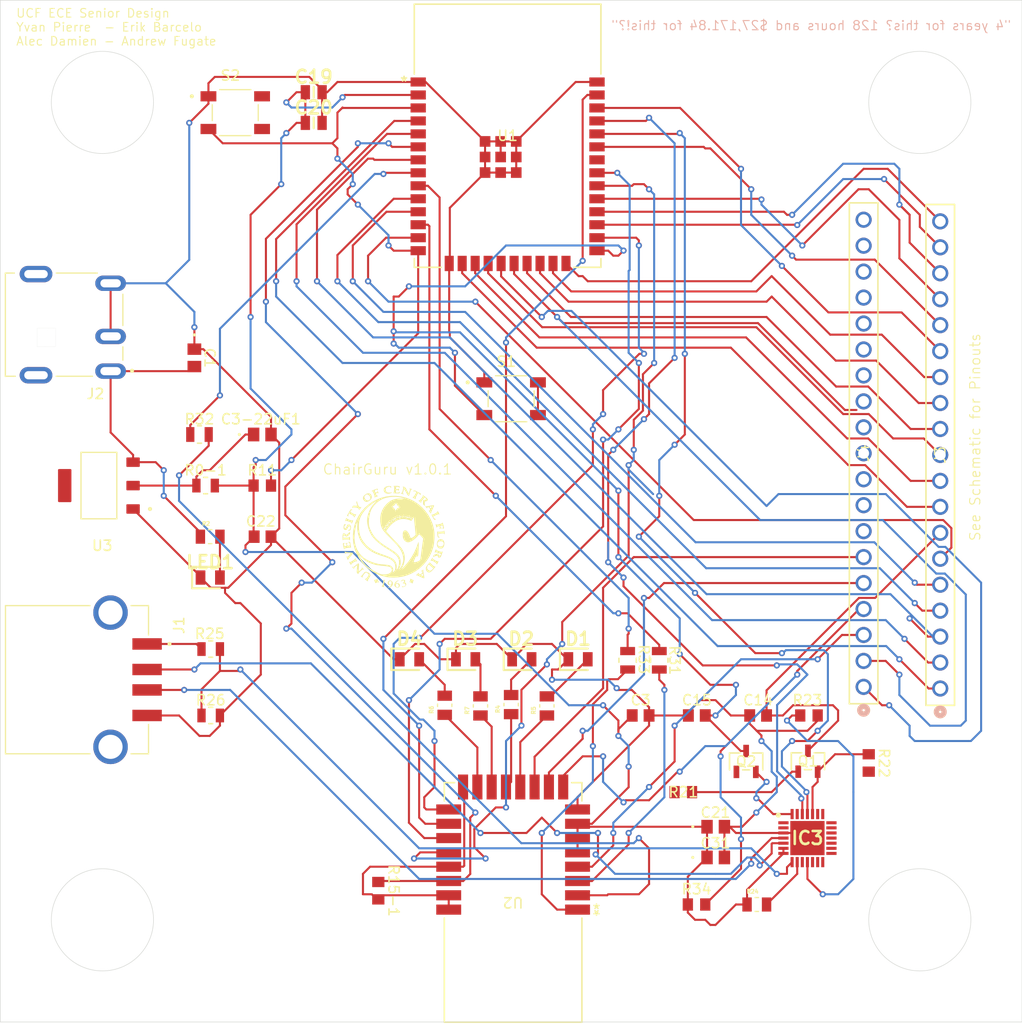
<source format=kicad_pcb>
(kicad_pcb (version 20240108) (generator "pcbnew") (generator_version "8.0")
  (layers (0 "F.Cu" signal) (31 "B.Cu" signal) (34 "B.Paste" user) (35 "F.Paste" user) (36 "B.SilkS" user "B.Silkscreen") (37 "F.SilkS" user "F.Silkscreen") (38 "B.Mask" user) (39 "F.Mask" user) (44 "Edge.Cuts" user))
  (net 0 "")
  (net 1 "GND")
  (net 2 "Net-(IC3-VDD)")
  (net 3 "/EN")
  (net 4 "/IO0")
  (net 7 "Net-(IC3-RTS)")
  (net 11 "Net-(IC3-SUSPENDB)")
  (net 14 "Net-(IC3-RXD)")
  (net 15 "Net-(IC3-D+)")
  (net 19 "Net-(IC3-D-)")
  (net 20 "Net-(IC3-TXD)")
  (net 25 "Net-(IC3-DTR)")
  (net 27 "Net-(IC3-VBUS)")
  (net 28 "Net-(IC3-RSTB)")
  (net 30 "Net-(J1-VCC)")
  (net 31 "Net-(U3-VIN)")
  (net 32 "Net-(LED1-A)")
  (net 33 "Net-(D1-A)")
  (net 34 "Net-(D2-A)")
  (net 35 "Net-(D3-A)")
  (net 36 "Net-(D4-A)")
  (net 37 "Net-(Q1-Pad1)")
  (net 38 "Net-(Q2-Pad1)")
  (net 39 "Net-(U2-GPIO2{slash}RXLED)")
  (net 40 "Net-(U2-GPIO3{slash}TXLED)")
  (net 41 "Net-(U2-GPIO0{slash}RXOKLED)")
  (net 42 "Net-(U2-GPIO1{slash}SFDLED)")
  (net 43 "Net-(U1-IO27)")
  (net 44 "Net-(U2-RSTN)")
  (net 45 "Net-(U1-IO32)")
  (net 46 "Net-(U2-WAKEUP)")
  (net 47 "Net-(U2-EXTON)")
  (net 48 "Net-(U1-IO33)")
  (net 49 "Net-(U1-IO34)")
  (net 50 "Net-(U1-IO23)")
  (net 52 "Net-(U1-IO18)")
  (net 53 "Net-(U1-IO4)")
  (net 54 "Net-(U1-IO19)")
  (net 55 "Net-(U3-VOUT)")
  (net 73 "Net-(U1-IO35)")
  (net 74 "Net-(U1-SD0)")
  (net 75 "Net-(U1-IO21)")
  (net 76 "Net-(U1-IO2)")
  (net 77 "Net-(U1-SENSOR_VP)")
  (net 78 "Net-(U1-SD3)")
  (net 79 "Net-(U1-IO22)")
  (net 80 "Net-(U1-SD2)")
  (net 81 "Net-(U1-IO15)")
  (net 82 "Net-(U1-IO17)")
  (net 83 "Net-(U1-IO25)")
  (net 84 "Net-(U1-IO5)")
  (net 85 "Net-(U1-IO26)")
  (net 86 "Net-(U1-IO16)")
  (net 87 "Net-(U1-SENSOR_VN)")
  (net 88 "Net-(U1-SD1)")
  (net 89 "Net-(U1-IO13)")
  (net 90 "Net-(U1-IO14)")
  (net 91 "Net-(U2-GPIO4{slash}EXTPA)")
  (net 92 "Net-(U1-CMD)")
  (net 93 "Net-(U2-GPIO7)")
  (net 94 "Net-(U1-CLK)")
  (net 95 "Net-(U2-GPIO6{slash}EXTRXE{slash}SPIPHA)")
  (net 96 "Net-(U2-GPIO5{slash}EXTTXE{slash}SPIPOL)")
  (footprint "SD V2 ESP32 Components:CAP_LMK212AB7106MG-T_TAY" (layer "F.Cu") (at 119 85 -90)
    (property "Reference" "C1")
    (property "Value" "22uF")
  )
  (footprint "SD V2 ESP32 Components:CONN19_PPTC191LFBN-RC_SUL" (layer "F.Cu") (at 192 117.36 90)
    (property "Reference" "J3")
    (property "Value" "PPTC191LFBN-RC")
  )
  (footprint "SD V2 ESP32 Components:CONN19_PPTC191LFBN-RC_SUL" (layer "F.Cu") (at 184.5 117.2 90)
    (property "Reference" "J4")
    (property "Value" "PPTC191LFBN-RC")
  )
  (footprint "SD V2 USB to UART Components:STA_RMCF080547.5K_STP" (layer "F.Cu") (at 120.5983 120)
    (property "Reference" "R26")
    (property "Value" "47.5K" (hide yes))
  )
  (footprint "SD V2 DW1000 Components:LEDC2012X90N" (layer "F.Cu") (at 151.05 114.5)
    (property "Reference" "D2")
    (property "Value" "LD2" (hide yes))
  )
  (footprint "SD V2 ESP32 Components:SW_PTS_647_SN50_SMTR2_LFS" (layer "F.Cu") (at 123 61)
    (property "Reference" "S2")
    (property "Value" "S2" (hide yes))
  )
  (footprint "SD V2 USB to UART Components:RC0805N_PAN" (layer "F.Cu") (at 125.647201 97.5)
    (property "Reference" "R11")
    (property "Value" "R11")
  )
  (footprint "SD V2 USB to UART Components:STA_RMCF0805_STP" (layer "F.Cu") (at 120.5983 113.5)
    (property "Reference" "R25")
    (property "Value" "22.1K" (hide yes))
  )
  (footprint "SD V2 DW1000 Components:LEDC2012X90N" (layer "F.Cu") (at 156.55 114.5)
    (property "Reference" "D1")
    (property "Value" "LD1" (hide yes))
  )
  (footprint "SD V2 ESP32 Components:UCF Logo 2" (layer "F.Cu") (at 138.5 102.5)
    (property "Reference" "G***" (hide yes))
    (property "Value" "LOGO" (hide yes))
  )
  (footprint "SD V2 ESP32 Components:CC0805N_YAG" (layer "F.Cu") (at 174.1745 120)
    (property "Reference" "C14")
    (property "Value" "0.1uF")
  )
  (footprint "SD V2 ESP32 Components:CC0805N_YAG" (layer "F.Cu") (at 125.6745 102.5)
    (property "Reference" "C22")
    (property "Value" "0.1uF")
  )
  (footprint "SD V2 DW1000 Components:RESC2012X65N" (layer "F.Cu") (at 143.5 119 90)
    (property "Reference" "R6")
    (property "Value" "CRGCQ0805J470R" (hide yes))
  )
  (footprint "SD V2 Voltage Regulator Components:CUI_PJ-051AH" (layer "F.Cu") (at 106.25 81.75 180)
    (property "Reference" "J2")
    (property "Value" "JCK")
    (fp_line (start 2.65 -0.35) (end 0.85 -0.35) (stroke (width 0.01)) (layer "Edge.Cuts"))
    (fp_line (start 2.65 -2.15) (end 2.65 -0.35) (stroke (width 0.01)) (layer "Edge.Cuts"))
    (fp_line (start 0.85 -0.35) (end 0.85 -2.15) (stroke (width 0.01)) (layer "Edge.Cuts"))
    (fp_line (start 0.85 -2.15) (end 2.65 -2.15) (stroke (width 0.01)) (layer "Edge.Cuts"))
  )
  (footprint "SD V2 DW1000 Components:MOD_DWM1000_QOR" (layer "F.Cu") (at 150.196101 138.295 180)
    (property "Reference" "U2")
    (property "Value" "DWM1000")
  )
  (footprint "SD V2 USB to UART Components:CAPC2012X95N" (layer "F.Cu") (at 130.68 59)
    (property "Reference" "C19")
    (property "Value" "0.1uF" (hide yes))
  )
  (footprint "SD V2 USB to UART Components:RES_1220_SUS" (layer "F.Cu") (at 119.5 92.5)
    (property "Reference" "R32")
    (property "Value" "RD2" (hide yes))
  )
  (footprint "SD V2 ESP32 Components:CAP_LMK212AB7106MG-T_TAY" (layer "F.Cu") (at 170.0253 133.8949)
    (property "Reference" "C31")
    (property "Value" "C5")
  )
  (footprint "SD V2 USB to UART Components:AMPHENOL_87583-2010RLF" (layer "F.Cu") (at 110.7925 116.5 -90)
    (property "Reference" "J1")
    (property "Value" "USB" (hide yes))
  )
  (footprint "SD V2 USB to UART Components:RESC2012X60N" (layer "F.Cu") (at 120.545 102.5)
    (property "Reference" "R2")
    (property "Value" "2K" (hide yes))
  )
  (footprint "SD V2 USB to UART Components:RC0805N_PAN" (layer "F.Cu") (at 185 124.647201 -90)
    (property "Reference" "R22")
    (property "Value" "10K")
  )
  (footprint "SD V2 DW1000 Components:LEDC2012X90N" (layer "F.Cu") (at 145.55 114.5)
    (property "Reference" "D3")
    (property "Value" "LD3" (hide yes))
  )
  (footprint "SD V2 USB to UART Components:TRAN_SS8050-G_CIP" (layer "F.Cu") (at 179.049999 124.479001)
    (property "Reference" "Q1")
    (property "Value" "T1")
  )
  (footprint "SD V2 DW1000 Components:RESC2012X65N" (layer "F.Cu") (at 153.5 119.065 90)
    (property "Reference" "R5")
    (property "Value" "CRGCQ0805J470R" (hide yes))
  )
  (footprint "SD V2 USB to UART Components:RC0805N_PAN" (layer "F.Cu") (at 137 137.147201 -90)
    (property "Reference" "R15-1")
    (property "Value" "10K")
  )
  (footprint "SD V2 USB to UART Components:RESC2012X60N" (layer "F.Cu") (at 174.045 138.5)
    (property "Reference" "R24")
    (property "Value" "2K" (hide yes))
  )
  (footprint "SD V2 ESP32 Components:CC0805N_YAG" (layer "F.Cu") (at 162.6745 120)
    (property "Reference" "C3")
    (property "Value" "C6")
  )
  (footprint "SD V2 DW1000 Components:RESC2012X65N" (layer "F.Cu") (at 150 118.935 90)
    (property "Reference" "R4")
    (property "Value" "CRGCQ0805J470R" (hide yes))
  )
  (footprint "SD V2 USB to UART Components:RC0805N_PAN" (layer "F.Cu") (at 179.147201 120)
    (property "Reference" "R23")
    (property "Value" "10K")
  )
  (footprint "SD V2 USB to UART Components:RES_1220_SUS" (layer "F.Cu") (at 161.4016 114.5984 -90)
    (property "Reference" "R33")
    (property "Value" "RD3" (hide yes))
  )
  (footprint "SD V2 ESP32 Components:CC0805N_YAG" (layer "F.Cu") (at 168.1745 120)
    (property "Reference" "C15")
    (property "Value" "C15")
  )
  (footprint "SD V2 USB to UART Components:CAPC2012X95N" (layer "F.Cu") (at 130.68 62)
    (property "Reference" "C20")
    (property "Value" "4.7uF" (hide yes))
  )
  (footprint "SD V2 DW1000 Components:RESC2012X65N" (layer "F.Cu") (at 147 119.065 90)
    (property "Reference" "R7")
    (property "Value" "CRGCQ0805J470R" (hide yes))
  )
  (footprint "SD V2 ESP32 Components:SW_PTS_647_SN50_SMTR2_LFS" (layer "F.Cu") (at 150 89)
    (property "Reference" "S1")
    (property "Value" "S1" (hide yes))
  )
  (footprint "SD V2 ESP32 Components:MOD_ESP32-WROOM-32_EXP" (layer "F.Cu") (at 149.655 63.26)
    (property "Reference" "U1")
    (property "Value" "ESP32-WROOM-32-N4")
  )
  (footprint "SD V2 USB to UART Components:RC0805N_PAN" (layer "F.Cu") (at 166.852799 127.5)
    (property "Reference" "R21")
    (property "Value" "10K")
  )
  (footprint "SD V2 DW1000 Components:LEDC2012X90N" (layer "F.Cu") (at 140.05 114.5)
    (property "Reference" "D4")
    (property "Value" "LD4" (hide yes))
  )
  (footprint "SD V2 Voltage Regulator Components:SOT229P700X180-4N" (layer "F.Cu") (at 109.655 97.5 180)
    (property "Reference" "U3")
    (property "Value" "AMS1117-3.3" (hide yes))
  )
  (footprint "SD V2 DW1000 Components:LEDC2012X90N" (layer "F.Cu") (at 120.55 106.5)
    (property "Reference" "LED1")
    (property "Value" "RED" (hide yes))
  )
  (footprint "SD V2 USB to UART Components:TRAN_SS8050-G_CIP" (layer "F.Cu") (at 173 124.5)
    (property "Reference" "Q2")
    (property "Value" "T2")
  )
  (footprint "SD V2 USB to UART Components:RC0805N_PAN" (layer "F.Cu") (at 168.147201 138.5)
    (property "Reference" "R34")
    (property "Value" "10K")
  )
  (footprint "SD V2 USB to UART Components:QFN50P500X500X80-29N-D" (layer "F.Cu") (at 179 132)
    (property "Reference" "IC3")
    (property "Value" "UART" (hide yes))
  )
  (footprint "SD V2 Voltage Regulator Components:STA_RMCF0805_STP" (layer "F.Cu") (at 120.0983 97.5)
    (property "Reference" "R0-1")
    (property "Value" "0K" (hide yes))
  )
  (footprint "SD V2 ESP32 Components:CAP_LMK212AB7106MG-T_TAY" (layer "F.Cu") (at 170.0253 130.8883)
    (property "Reference" "C21")
    (property "Value" "22uF" (hide yes))
  )
  (footprint "SD V2 ESP32 Components:CAP_LMK212AB7106MG-T_TAY" (layer "F.Cu") (at 125.6491 92.5)
    (property "Reference" "C3-22uF1")
    (property "Value" "LMK212BJ226MG-T" (hide yes))
  )
  (footprint "SD V2 USB to UART Components:RES_1220_SUS" (layer "F.Cu") (at 164.5 114.5984 -90)
    (property "Reference" "R31")
    (property "Value" "RD1")
  )
  (gr_circle (center 190 140) (end 195 140) (stroke (width 0.05)) (fill none) (layer "Edge.Cuts"))
  (gr_circle (center 110 60) (end 115 60) (stroke (width 0.05)) (fill none) (layer "Edge.Cuts"))
  (gr_circle (center 110 140) (end 115 140) (stroke (width 0.05)) (fill none) (layer "Edge.Cuts"))
  (gr_circle (center 190 60) (end 195 60) (stroke (width 0.05)) (fill none) (layer "Edge.Cuts"))
  (gr_rect (start 100 50) (end 200 150) (stroke (width 0.05)) (fill none) (layer "Edge.Cuts"))
  (gr_text "{dblquote}4 years for this? 128 hours and $27,171.84 for this!?{dblquote}" (at 199 53 0) (layer "B.SilkS") (effects (font (size 0.9 0.9) (thickness 0.1) (bold yes)) (justify left bottom mirror)))
  (gr_text "ChairGuru v1.0.1\n" (at 131.5 96.5 0) (layer "F.SilkS") (effects (font (size 1 1) (thickness 0.1)) (justify left bottom)))
  (gr_text "See Schematic for Pinouts" (at 196 103 90) (layer "F.SilkS") (effects (font (size 1 1) (thickness 0.1)) (justify left bottom)))
  (gr_text "UCF ECE Senior Design \nYvan Pierre  - Erik Barcelo\nAlec Damien - Andrew Fugate" (at 101.5 54.5 0) (layer "F.SilkS") (effects (font (size 0.85 0.85) (thickness 0.1)) (justify left bottom)))
  (segment (start 152.625 87.4) (end 152.625 90.6) (width 0.2) (layer "F.Cu") (net 0))
  (segment (start 154 113) (end 151.5 113) (width 0.2) (layer "F.Cu") (net 1))
  (segment (start 147.375 87.4) (end 147.375 86.375) (width 0.2) (layer "F.Cu") (net 1))
  (segment (start 170 118.5) (end 168.5 118.5) (width 0.2) (layer "F.Cu") (net 1))
  (segment (start 137.399999 137.600001) (end 137 138) (width 0.2) (layer "F.Cu") (net 1))
  (segment (start 150.5 65.34) (end 150.5 66.865) (width 0.2) (layer "F.Cu") (net 1))
  (segment (start 127.302799 93.302799) (end 127.302799 101.697201) (width 0.2) (layer "F.Cu") (net 1))
  (segment (start 122 108) (end 122 107.5) (width 0.2) (layer "F.Cu") (net 1))
  (segment (start 170.8762 130.8883) (end 171.3883 130.8883) (width 0.2) (layer "F.Cu") (net 1))
  (segment (start 110.8 82.9) (end 110.8 77.7) (width 0.2) (layer "F.Cu") (net 1))
  (segment (start 119 82) (end 119 84.1491) (width 0.2) (layer "F.Cu") (net 1))
  (segment (start 141.635 58) (end 147.45 63.815) (width 0.2) (layer "F.Cu") (net 1))
  (segment (start 178.5 131.5) (end 176.65 131.5) (width 0.2) (layer "F.Cu") (net 1))
  (segment (start 136.862979 138) (end 137 138) (width 0.2) (layer "F.Cu") (net 1))
  (segment (start 147.45 65.34) (end 147.45 63.815) (width 0.2) (layer "F.Cu") (net 1))
  (segment (start 143.94 82.44) (end 143.94 75.76) (width 0.2) (layer "F.Cu") (net 1))
  (segment (start 151 113.5) (end 151 113.6) (width 0.2) (layer "F.Cu") (net 1))
  (segment (start 135.5 135.5) (end 135.5 137.5) (width 0.2) (layer "F.Cu") (net 1))
  (segment (start 145.411402 134.700001) (end 145.311402 134.800001) (width 0.2) (layer "F.Cu") (net 1))
  (segment (start 147.45 63.815) (end 148.975 63.815) (width 0.2) (layer "F.Cu") (net 1))
  (segment (start 151 113.6) (end 150.1 114.5) (width 0.2) (layer "F.Cu") (net 1))
  (segment (start 143 114.5) (end 144.6 114.5) (width 0.2) (layer "F.Cu") (net 1))
  (segment (start 163.5 120) (end 163.5 119.1904) (width 0.2) (layer "F.Cu") (net 1))
  (segment (start 131.5 62) (end 131.5 59) (width 0.2) (layer "F.Cu") (net 1))
  (segment (start 179 132) (end 178.5 131.5) (width 0.2) (layer "F.Cu") (net 1))
  (segment (start 136.362979 137.5) (end 136.862979 138) (width 0.2) (layer "F.Cu") (net 1))
  (segment (start 167.5 119.849) (end 167.349 120) (width 0.2) (layer "F.Cu") (net 1))
  (segment (start 167.349 119.651) (end 167.349 120) (width 0.2) (layer "F.Cu") (net 1))
  (segment (start 174.5 122.5) (end 174.5 121.9606) (width 0.2) (layer "F.Cu") (net 1))
  (segment (start 155.6 114.5) (end 155.5 114.5) (width 0.2) (layer "F.Cu") (net 1))
  (segment (start 120.375 58.125) (end 121 57.5) (width 0.2) (layer "F.Cu") (net 1))
  (segment (start 163.5 121) (end 156.5 128) (width 0.2) (layer "F.Cu") (net 1))
  (segment (start 144 70.315) (end 147.45 66.865) (width 0.2) (layer "F.Cu") (net 1))
  (segment (start 148.975 65.34) (end 148.975 63.815) (width 0.2) (layer "F.Cu") (net 1))
  (segment (start 118.5 62) (end 120.375 60.125) (width 0.2) (layer "F.Cu") (net 1))
  (segment (start 147.45 66.865) (end 147.45 65.34) (width 0.2) (layer "F.Cu") (net 1))
  (segment (start 150.5 63.815) (end 150.5 65.34) (width 0.2) (layer "F.Cu") (net 1))
  (segment (start 145.411402 128.3192) (end 145.411402 134.700001) (width 0.2) (layer "F.Cu") (net 1))
  (segment (start 121.5 120) (end 125.5 116) (width 0.2) (layer "F.Cu") (net 1))
  (segment (start 123 109) (end 122 108) (width 0.2) (layer "F.Cu") (net 1))
  (segment (start 171.5 120) (end 170 118.5) (width 0.2) (layer "F.Cu") (net 1))
  (segment (start 155.5 114.5) (end 154 113) (width 0.2) (layer "F.Cu") (net 1))
  (segment (start 172 131.5) (end 176.65 131.5) (width 0.2) (layer "F.Cu") (net 1))
  (segment (start 135.5 137.5) (end 136.362979 137.5) (width 0.2) (layer "F.Cu") (net 1))
  (segment (start 174.5 121.9606) (end 174.0394 121.5) (width 0.2) (layer "F.Cu") (net 1))
  (segment (start 148.6 113) (end 145 113) (width 0.2) (layer "F.Cu") (net 1))
  (segment (start 126.5 102.5) (end 126.5 103.3096) (width 0.2) (layer "F.Cu") (net 1))
  (segment (start 144.6 113.4) (end 144.6 114.5) (width 0.2) (layer "F.Cu") (net 1))
  (segment (start 167.349 120) (end 163.5 120) (width 0.2) (layer "F.Cu") (net 1))
  (segment (start 120.5 122) (end 121.5 121) (width 0.2) (layer "F.Cu") (net 1))
  (segment (start 119.8731 84.1491) (end 119 84.1491) (width 0.2) (layer "F.Cu") (net 1))
  (segment (start 145.296101 126.999998) (end 145.296101 128.203899) (width 0.2) (layer "F.Cu") (net 1))
  (segment (start 163.5 119.1904) (end 161.8096 117.5) (width 0.2) (layer "F.Cu") (net 1))
  (segment (start 145.296101 128.203899) (end 145.411402 128.3192) (width 0.2) (layer "F.Cu") (net 1))
  (segment (start 143.892202 134.800001) (end 136.199999 134.800001) (width 0.2) (layer "F.Cu") (net 1))
  (segment (start 119.6 106.39) (end 119.6 106.5) (width 0.2) (layer "F.Cu") (net 1))
  (segment (start 147.375 87.4) (end 146.925 87.4) (width 0.2) (layer "F.Cu") (net 1))
  (segment (start 126.5 92.5) (end 126.5 90.776) (width 0.2) (layer "F.Cu") (net 1))
  (segment (start 160.5 117.5) (end 160.325735 117.325735) (width 0.2) (layer "F.Cu") (net 1))
  (segment (start 138.5 114.5) (end 126.5 102.5) (width 0.2) (layer "F.Cu") (net 1))
  (segment (start 145 113) (end 144.6 113.4) (width 0.2) (layer "F.Cu") (net 1))
  (segment (start 126.5 90.776) (end 119.8731 84.1491) (width 0.2) (layer "F.Cu") (net 1))
  (segment (start 143.94 75.94) (end 144 76) (width 0.2) (layer "F.Cu") (net 1))
  (segment (start 121 57.5) (end 130.24 57.5) (width 0.2) (layer "F.Cu") (net 1))
  (segment (start 147.375 86.375) (end 144 83) (width 0.2) (layer "F.Cu") (net 1))
  (segment (start 131.5 59) (end 132 59) (width 0.2) (layer "F.Cu") (net 1))
  (segment (start 139.1 114.5) (end 138.5 114.5) (width 0.2) (layer "F.Cu") (net 1))
  (segment (start 179 121.5) (end 174.0394 121.5) (width 0.2) (layer "F.Cu") (net 1))
  (segment (start 143.892202 139) (end 143.892202 137.600001) (width 0.2) (layer "F.Cu") (net 1))
  (segment (start 119.5 122) (end 120.5 122) (width 0.2) (layer "F.Cu") (net 1))
  (segment (start 150.5 63.815) (end 156.315 58) (width 0.2) (layer "F.Cu") (net 1))
  (segment (start 150.1 114.5) (end 148.6 113) (width 0.2) (layer "F.Cu") (net 1))
  (segment (start 144 83) (end 144 82.5) (width 0.2) (layer "F.Cu") (net 1))
  (segment (start 154 116.5) (end 154 115.5) (width 0.2) (layer "F.Cu") (net 1))
  (segment (start 143.94 75.76) (end 143.94 75.94) (width 0.2) (layer "F.Cu") (net 1))
  (segment (start 140.6 113) (end 141.5 113) (width 0.2) (layer "F.Cu") (net 1))
  (segment (start 171.3883 130.8883) (end 172 131.5) (width 0.2) (layer "F.Cu") (net 1))
  (segment (start 156.5 128) (end 156.5 129.2) (width 0.2) (layer "F.Cu") (net 1))
  (segment (start 122.3096 107.5) (end 122 107.5) (width 0.2) (layer "F.Cu") (net 1))
  (segment (start 117.5 120) (end 119.5 122) (width 0.2) (layer "F.Cu") (net 1))
  (segment (start 144 82.5) (end 143.94 82.44) (width 0.2) (layer "F.Cu") (net 1))
  (segment (start 126.5 103.3096) (end 122.3096 107.5) (width 0.2) (layer "F.Cu") (net 1))
  (segment (start 174.0394 121.5) (end 173.349 120.8096) (width 0.2) (layer "F.Cu") (net 1))
  (segment (start 145.311402 134.800001) (end 143.892202 134.800001) (width 0.2) (layer "F.Cu") (net 1))
  (segment (start 172.6117 130.8883) (end 174 129.5) (width 0.2) (layer "F.Cu") (net 1))
  (segment (start 163.5 120) (end 163.5 121) (width 0.2) (layer "F.Cu") (net 1))
  (segment (start 148.975 66.865) (end 147.45 66.865) (width 0.2) (layer "F.Cu") (net 1))
  (segment (start 180 120) (end 180 120.5) (width 0.2) (layer "F.Cu") (net 1))
  (segment (start 132 59) (end 133 58) (width 0.2) (layer "F.Cu") (net 1))
  (segment (start 148.975 63.815) (end 150.5 63.815) (width 0.2) (layer "F.Cu") (net 1))
  (segment (start 114.3725 120) (end 117.5 120) (width 0.2) (layer "F.Cu") (net 1))
  (segment (start 140.905 58) (end 141.635 58) (width 0.2) (layer "F.Cu") (net 1))
  (segment (start 173.349 120.8096) (end 173.349 120) (width 0.2) (layer "F.Cu") (net 1))
  (segment (start 170.8762 130.8883) (end 172.6117 130.8883) (width 0.2) (layer "F.Cu") (net 1))
  (segment (start 173.349 120) (end 171.5 120) (width 0.2) (layer "F.Cu") (net 1))
  (segment (start 139.1 114.5) (end 140.6 113) (width 0.2) (layer "F.Cu") (net 1))
  (segment (start 141.5 113) (end 143 114.5) (width 0.2) (layer "F.Cu") (net 1))
  (segment (start 150.5 66.865) (end 148.975 66.865) (width 0.2) (layer "F.Cu") (net 1))
  (segment (start 120.375 60.125) (end 120.375 59.4) (width 0.2) (layer "F.Cu") (net 1))
  (segment (start 121.5 121) (end 121.5 120) (width 0.2) (layer "F.Cu") (net 1))
  (segment (start 154.6 115.5) (end 155.6 114.5) (width 0.2) (layer "F.Cu") (net 1))
  (segment (start 122 107.5) (end 120.6 107.5) (width 0.2) (layer "F.Cu") (net 1))
  (segment (start 125.5 116) (end 125.5 111) (width 0.2) (layer "F.Cu") (net 1))
  (segment (start 154 115.5) (end 154.6 115.5) (width 0.2) (layer "F.Cu") (net 1))
  (segment (start 133 58) (end 140.905 58) (width 0.2) (layer "F.Cu") (net 1))
  (segment (start 125.5 111) (end 123.5 109) (width 0.2) (layer "F.Cu") (net 1))
  (segment (start 127.302799 101.697201) (end 126.5 102.5) (width 0.2) (layer "F.Cu") (net 1))
  (segment (start 144 76) (end 144 70.315) (width 0.2) (layer "F.Cu") (net 1))
  (segment (start 120.6 107.5) (end 119.6 106.5) (width 0.2) (layer "F.Cu") (net 1))
  (segment (start 123.5 109) (end 123 109) (width 0.2) (layer "F.Cu") (net 1))
  (segment (start 143.892202 137.600001) (end 137.399999 137.600001) (width 0.2) (layer "F.Cu") (net 1))
  (segment (start 130.24 57.5) (end 131.5 58.76) (width 0.2) (layer "F.Cu") (net 1))
  (segment (start 120.375 59.4) (end 120.375 58.125) (width 0.2) (layer "F.Cu") (net 1))
  (segment (start 168.5 118.5) (end 167.349 119.651) (width 0.2) (layer "F.Cu") (net 1))
  (segment (start 113 99.79) (end 119.6 106.39) (width 0.2) (layer "F.Cu") (net 1))
  (segment (start 180 120.5) (end 179 121.5) (width 0.2) (layer "F.Cu") (net 1))
  (segment (start 126.5 92.5) (end 127.302799 93.302799) (width 0.2) (layer "F.Cu") (net 1))
  (segment (start 151.5 113) (end 151 113.5) (width 0.2) (layer "F.Cu") (net 1))
  (segment (start 170.8762 130.8883) (end 170.8762 133.8949) (width 0.2) (layer "F.Cu") (net 1))
  (segment (start 156.315 58) (end 158.405 58) (width 0.2) (layer "F.Cu") (net 1))
  (segment (start 136.199999 134.800001) (end 135.5 135.5) (width 0.2) (layer "F.Cu") (net 1))
  (segment (start 131.5 58.76) (end 131.5 59) (width 0.2) (layer "F.Cu") (net 1))
  (segment (start 161.8096 117.5) (end 160.5 117.5) (width 0.2) (layer "F.Cu") (net 1))
  (via (at 174 129.5) (size 0.6) (drill 0.3) (layers "F.Cu" "B.Cu") (net 1))
  (via (at 174.5 122.5) (size 0.6) (drill 0.3) (layers "F.Cu" "B.Cu") (net 1))
  (via (at 118.5 62) (size 0.6) (drill 0.3) (layers "F.Cu" "B.Cu") (net 1))
  (via (at 119 82) (size 0.6) (drill 0.3) (layers "F.Cu" "B.Cu") (net 1))
  (via (at 160.325735 117.325735) (size 0.6) (drill 0.3) (layers "F.Cu" "B.Cu") (net 1))
  (via (at 154 116.5) (size 0.6) (drill 0.3) (layers "F.Cu" "B.Cu") (net 1))
  (segment (start 116.2 77.7) (end 119 80.5) (width 0.2) (layer "B.Cu") (net 1))
  (segment (start 119 80.5) (end 119 82) (width 0.2) (layer "B.Cu") (net 1))
  (segment (start 174 129.5) (end 176 127.5) (width 0.2) (layer "B.Cu") (net 1))
  (segment (start 175.5 123.5) (end 174.5 122.5) (width 0.2) (layer "B.Cu") (net 1))
  (segment (start 160.325735 117.325735) (end 159.5 116.5) (width 0.2) (layer "B.Cu") (net 1))
  (segment (start 159.5 116.5) (end 154 116.5) (width 0.2) (layer "B.Cu") (net 1))
  (segment (start 118.5 75.4) (end 118.5 62) (width 0.2) (layer "B.Cu") (net 1))
  (segment (start 176 126) (end 175.5 125.5) (width 0.2) (layer "B.Cu") (net 1))
  (segment (start 175.5 125.5) (end 175.5 123.5) (width 0.2) (layer "B.Cu") (net 1))
  (segment (start 116.2 77.7) (end 118.5 75.4) (width 0.2) (layer "B.Cu") (net 1))
  (segment (start 176 127.5) (end 176 126) (width 0.2) (layer "B.Cu") (net 1))
  (segment (start 110.8 77.7) (end 116.2 77.7) (width 0.2) (layer "B.Cu") (net 1))
  (segment (start 169.5 140.5) (end 169 140) (width 0.2) (layer "F.Cu") (net 2))
  (segment (start 128 63) (end 129 62) (width 0.2) (layer "F.Cu") (net 2))
  (segment (start 161.5 127.019199) (end 161.5 125) (width 0.2) (layer "F.Cu") (net 2))
  (segment (start 169.1744 133.8949) (end 169.1744 130.8883) (width 0.2) (layer "F.Cu") (net 2))
  (segment (start 176.65 133.5) (end 176.65 133) (width 0.2) (layer "F.Cu") (net 2))
  (segment (start 160.5 120.5) (end 159 119) (width 0.2) (layer "F.Cu") (net 2))
  (segment (start 160.5 121.349) (end 161.849 120) (width 0.2) (layer "F.Cu") (net 2))
  (segment (start 167.294402 138.5) (end 167.294402 135.774898) (width 0.2) (layer "F.Cu") (net 2))
  (segment (start 133.73 59.27) (end 140.905 59.27) (width 0.2) (layer "F.Cu") (net 2))
  (segment (start 173.09 138.5) (end 173.09 137.06) (width 0.2) (layer "F.Cu") (net 2))
  (segment (start 156.5 131.999999) (end 156.5 133.399999) (width 0.2) (layer "F.Cu") (net 2))
  (segment (start 160.5 121.5) (end 160.5 120.5) (width 0.2) (layer "F.Cu") (net 2))
  (segment (start 129.86 59) (end 129 59) (width 0.2) (layer "F.Cu") (net 2))
  (segment (start 124.794402 97.5) (end 124.794402 102.445402) (width 0.2) (layer "F.Cu") (net 2))
  (segment (start 124 103.349) (end 124.849 102.5) (width 0.2) (layer "F.Cu") (net 2))
  (segment (start 160.5 122) (end 160.5 121.5) (width 0.2) (layer "F.Cu") (net 2))
  (segment (start 133.5 59.5) (end 133.73 59.27) (width 0.2) (layer "F.Cu") (net 2))
  (segment (start 169.1744 130.8883) (end 156.788301 130.8883) (width 0.2) (layer "F.Cu") (net 2))
  (segment (start 125 95.5) (end 125 95) (width 0.2) (layer "F.Cu") (net 2))
  (segment (start 124.794402 95.705598) (end 125 95.5) (width 0.2) (layer "F.Cu") (net 2))
  (segment (start 167.294402 139.294402) (end 167.294402 138.5) (width 0.2) (layer "F.Cu") (net 2))
  (segment (start 124.5 71) (end 127.5 68) (width 0.2) (layer "F.Cu") (net 2))
  (segment (start 129 62) (end 129.86 62) (width 0.2) (layer "F.Cu") (net 2))
  (segment (start 156.5 130.599999) (end 157.9192 130.599999) (width 0.2) (layer "F.Cu") (net 2))
  (segment (start 124.794402 97.5) (end 121 97.5) (width 0.2) (layer "F.Cu") (net 2))
  (segment (start 167.294402 135.774898) (end 169.1744 133.8949) (width 0.2) (layer "F.Cu") (net 2))
  (segment (start 169 140) (end 168 140) (width 0.2) (layer "F.Cu") (net 2))
  (segment (start 170 140.5) (end 169.5 140.5) (width 0.2) (layer "F.Cu") (net 2))
  (segment (start 124.794402 97.5) (end 124.794402 95.705598) (width 0.2) (layer "F.Cu") (net 2))
  (segment (start 173.09 137.06) (end 176.65 133.5) (width 0.2) (layer "F.Cu") (net 2))
  (segment (start 157.9192 130.599999) (end 161.5 127.019199) (width 0.2) (layer "F.Cu") (net 2))
  (segment (start 124 104) (end 124 103.349) (width 0.2) (layer "F.Cu") (net 2))
  (segment (start 156.788301 130.8883) (end 156.5 130.599999) (width 0.2) (layer "F.Cu") (net 2))
  (segment (start 124.794402 102.445402) (end 124.849 102.5) (width 0.2) (layer "F.Cu") (net 2))
  (segment (start 156.5 130.599999) (end 156.5 131.999999) (width 0.2) (layer "F.Cu") (net 2))
  (segment (start 172 138.5) (end 170 140.5) (width 0.2) (layer "F.Cu") (net 2))
  (segment (start 124.5 81) (end 124.5 71) (width 0.2) (layer "F.Cu") (net 2))
  (segment (start 173.09 138.5) (end 172 138.5) (width 0.2) (layer "F.Cu") (net 2))
  (segment (start 160.5 121.5) (end 160.5 121.349) (width 0.2) (layer "F.Cu") (net 2))
  (segment (start 129 59) (end 128 60) (width 0.2) (layer "F.Cu") (net 2))
  (segment (start 129.86 62) (end 129.86 59) (width 0.2) (layer "F.Cu") (net 2))
  (segment (start 168 140) (end 167.294402 139.294402) (width 0.2) (layer "F.Cu") (net 2))
  (via (at 159 119) (size 0.6) (drill 0.3) (layers "F.Cu" "B.Cu") (net 2))
  (via (at 133.5 59.5) (size 0.6) (drill 0.3) (layers "F.Cu" "B.Cu") (net 2))
  (via (at 161.5 125) (size 0.6) (drill 0.3) (layers "F.Cu" "B.Cu") (net 2))
  (via (at 160.5 122) (size 0.6) (drill 0.3) (layers "F.Cu" "B.Cu") (net 2))
  (via (at 124.5 81) (size 0.6) (drill 0.3) (layers "F.Cu" "B.Cu") (net 2))
  (via (at 128 63) (size 0.6) (drill 0.3) (layers "F.Cu" "B.Cu") (net 2))
  (via (at 125 95) (size 0.6) (drill 0.3) (layers "F.Cu" "B.Cu") (net 2))
  (via (at 127.5 68) (size 0.6) (drill 0.3) (layers "F.Cu" "B.Cu") (net 2))
  (via (at 128 60) (size 0.6) (drill 0.3) (layers "F.Cu" "B.Cu") (net 2))
  (via (at 124 104) (size 0.6) (drill 0.3) (layers "F.Cu" "B.Cu") (net 2))
  (segment (start 134.5 104) (end 124 104) (width 0.2) (layer "B.Cu") (net 2))
  (segment (start 124.5 88) (end 124.5 81) (width 0.2) (layer "B.Cu") (net 2))
  (segment (start 161.5 125) (end 161.5 123) (width 0.2) (layer "B.Cu") (net 2))
  (segment (start 132.5 60.5) (end 133.5 59.5) (width 0.2) (layer "B.Cu") (net 2))
  (segment (start 126 95) (end 128.5 92.5) (width 0.2) (layer "B.Cu") (net 2))
  (segment (start 128 60) (end 128.5 60.5) (width 0.2) (layer "B.Cu") (net 2))
  (segment (start 127.5 68) (end 127.5 63.5) (width 0.2) (layer "B.Cu") (net 2))
  (segment (start 125 95) (end 126 95) (width 0.2) (layer "B.Cu") (net 2))
  (segment (start 161.5 123) (end 160.5 122) (width 0.2) (layer "B.Cu") (net 2))
  (segment (start 159 119) (end 155.651471 119) (width 0.2) (layer "B.Cu") (net 2))
  (segment (start 155.651471 119) (end 148.651471 112) (width 0.2) (layer "B.Cu") (net 2))
  (segment (start 128.5 92.5) (end 128.5 92) (width 0.2) (layer "B.Cu") (net 2))
  (segment (start 127.5 63.5) (end 128 63) (width 0.2) (layer "B.Cu") (net 2))
  (segment (start 128.5 60.5) (end 132.5 60.5) (width 0.2) (layer "B.Cu") (net 2))
  (segment (start 148.651471 112) (end 142.5 112) (width 0.2) (layer "B.Cu") (net 2))
  (segment (start 142.5 112) (end 134.5 104) (width 0.2) (layer "B.Cu") (net 2))
  (segment (start 128.5 92) (end 124.5 88) (width 0.2) (layer "B.Cu") (net 2))
  (segment (start 120.375 62.6) (end 121.775 64) (width 0.2) (layer "F.Cu") (net 3))
  (segment (start 185.6274 108.4926) (end 184.049584 108.4926) (width 0.2) (layer "F.Cu") (net 3))
  (segment (start 140.905 82.595) (end 128.5 95) (width 0.2) (layer "F.Cu") (net 3))
  (segment (start 181.5 119) (end 182 119.5) (width 0.2) (layer "F.Cu") (net 3))
  (segment (start 121.775 64) (end 132.5 64) (width 0.2) (layer "F.Cu") (net 3))
  (segment (start 182 120.508) (end 179.049999 123.458001) (width 0.2) (layer "F.Cu") (net 3))
  (segment (start 133 64.5) (end 132.5 64) (width 0.2) (layer "F.Cu") (net 3))
  (segment (start 175 120) (end 176.591604 120) (width 0.2) (layer "F.Cu") (net 3))
  (segment (start 133 65.5) (end 133 64.5) (width 0.2) (layer "F.Cu") (net 3))
  (segment (start 138.51 74.51) (end 138 74) (width 0.2) (layer "F.Cu") (net 3))
  (segment (start 126.5 96) (end 126.5 97.5) (width 0.2) (layer "F.Cu") (net 3))
  (segment (start 192 102.12) (end 185.6274 108.4926) (width 0.2) (layer "F.Cu") (net 3))
  (segment (start 175 117.542184) (end 175 120) (width 0.2) (layer "F.Cu") (net 3))
  (segment (start 133.5 60.5) (end 133.54 60.54) (width 0.2) (layer "F.Cu") (net 3))
  (segment (start 177.591604 119) (end 181.5 119) (width 0.2) (layer "F.Cu") (net 3))
  (segment (start 140.905 74.51) (end 138.51 74.51) (width 0.2) (layer "F.Cu") (net 3))
  (segment (start 135 70) (end 134 69) (width 0.2) (layer "F.Cu") (net 3))
  (segment (start 132.5 64) (end 133 63.5) (width 0.2) (layer "F.Cu") (net 3))
  (segment (start 134 68.5) (end 134.5 68) (width 0.2) (layer "F.Cu") (net 3))
  (segment (start 133.54 60.54) (end 140.905 60.54) (width 0.2) (layer "F.Cu") (net 3))
  (segment (start 133 61) (end 133.5 60.5) (width 0.2) (layer "F.Cu") (net 3))
  (segment (start 133 63.5) (end 133 61) (width 0.2) (layer "F.Cu") (net 3))
  (segment (start 134 69) (end 134 68.5) (width 0.2) (layer "F.Cu") (net 3))
  (segment (start 182 119.5) (end 182 120.508) (width 0.2) (layer "F.Cu") (net 3))
  (segment (start 140.905 74.51) (end 140.905 82.595) (width 0.2) (layer "F.Cu") (net 3))
  (segment (start 176.591604 120) (end 177.591604 119) (width 0.2) (layer "F.Cu") (net 3))
  (segment (start 184.049584 108.4926) (end 175 117.542184) (width 0.2) (layer "F.Cu") (net 3))
  (via (at 138 74) (size 0.6) (drill 0.3) (layers "F.Cu" "B.Cu") (net 3))
  (via (at 134.5 68) (size 0.6) (drill 0.3) (layers "F.Cu" "B.Cu") (net 3))
  (via (at 126.5 96) (size 0.6) (drill 0.3) (layers "F.Cu" "B.Cu") (net 3))
  (via (at 135 70) (size 0.6) (drill 0.3) (layers "F.Cu" "B.Cu") (net 3))
  (via (at 133 65.5) (size 0.6) (drill 0.3) (layers "F.Cu" "B.Cu") (net 3))
  (via (at 128.5 95) (size 0.6) (drill 0.3) (layers "F.Cu" "B.Cu") (net 3))
  (segment (start 134.5 67) (end 133 65.5) (width 0.2) (layer "B.Cu") (net 3))
  (segment (start 127.5 96) (end 126.5 96) (width 0.2) (layer "B.Cu") (net 3))
  (segment (start 138 73) (end 135 70) (width 0.2) (layer "B.Cu") (net 3))
  (segment (start 134.5 68) (end 134.5 67) (width 0.2) (layer "B.Cu") (net 3))
  (segment (start 138 74) (end 138 73) (width 0.2) (layer "B.Cu") (net 3))
  (segment (start 128.5 95) (end 127.5 96) (width 0.2) (layer "B.Cu") (net 3))
  (segment (start 170.5 123.5) (end 171.5 122.5) (width 0.2) (layer "F.Cu") (net 4))
  (segment (start 169 138.5) (end 172.5 135) (width 0.2) (layer "F.Cu") (net 4))
  (segment (start 172.5 135) (end 172.5 132) (width 0.2) (layer "F.Cu") (net 4))
  (segment (start 160.5 104.5) (end 160.5 98) (width 0.2) (layer "F.Cu") (net 4))
  (segment (start 172.5 132) (end 172.5 132.1) (width 0.2) (layer "F.Cu") (net 4))
  (segment (start 171.5 122.5) (end 172.479 123.479) (width 0.2) (layer "F.Cu") (net 4))
  (segment (start 160.5 75) (end 160 75) (width 0.2) (layer "F.Cu") (net 4))
  (segment (start 138.5 83.6) (end 138.5 82.4) (width 0.2) (layer "F.Cu") (net 4))
  (segment (start 169.5 117) (end 166.5 114) (width 0.2) (layer "F.Cu") (net 4))
  (segment (start 170.5 124) (end 170.5 123.5) (width 0.2) (layer "F.Cu") (net 4))
  (segment (start 147.375 90.6) (end 144.5 87.725) (width 0.2) (layer "F.Cu") (net 4))
  (segment (start 144.5 87.725) (end 144.5 84.5) (width 0.2) (layer "F.Cu") (net 4))
  (segment (start 172.479 123.479) (end 173 123.479) (width 0.2) (layer "F.Cu") (net 4))
  (segment (start 160 75) (end 159.51 74.51) (width 0.2) (layer "F.Cu") (net 4))
  (segment (start 159.51 74.51) (end 158.405 74.51) (width 0.2) (layer "F.Cu") (net 4))
  (segment (start 169 120) (end 171.5 122.5) (width 0.2) (layer "F.Cu") (net 4))
  (segment (start 161 74.5) (end 160.5 75) (width 0.2) (layer "F.Cu") (net 4))
  (segment (start 138.5 79) (end 139 79) (width 0.2) (layer "F.Cu") (net 4))
  (segment (start 139 79) (end 140 78) (width 0.2) (layer "F.Cu") (net 4))
  (segment (start 169 120) (end 170 120) (width 0.2) (layer "F.Cu") (net 4))
  (segment (start 138.5 82.4) (end 138.5 79) (width 0.2) (layer "F.Cu") (net 4))
  (segment (start 172 117) (end 169.5 117) (width 0.2) (layer "F.Cu") (net 4))
  (via (at 138.5 82.4) (size 0.6) (drill 0.3) (layers "F.Cu" "B.Cu") (net 4))
  (via (at 170 120) (size 0.6) (drill 0.3) (layers "F.Cu" "B.Cu") (net 4))
  (via (at 138.5 83.6) (size 0.6) (drill 0.3) (layers "F.Cu" "B.Cu") (net 4))
  (via (at 160.5 104.5) (size 0.6) (drill 0.3) (layers "F.Cu" "B.Cu") (net 4))
  (via (at 172 117) (size 0.6) (drill 0.3) (layers "F.Cu" "B.Cu") (net 4))
  (via (at 170.5 124) (size 0.6) (drill 0.3) (layers "F.Cu" "B.Cu") (net 4))
  (via (at 161 74.5) (size 0.6) (drill 0.3) (layers "F.Cu" "B.Cu") (net 4))
  (via (at 166.5 114) (size 0.6) (drill 0.3) (layers "F.Cu" "B.Cu") (net 4))
  (via (at 172.5 132.1) (size 0.6) (drill 0.3) (layers "F.Cu" "B.Cu") (net 4))
  (via (at 144.5 84.5) (size 0.6) (drill 0.3) (layers "F.Cu" "B.Cu") (net 4))
  (via (at 140 78) (size 0.6) (drill 0.3) (layers "F.Cu" "B.Cu") (net 4))
  (via (at 160.5 98) (size 0.6) (drill 0.3) (layers "F.Cu" "B.Cu") (net 4))
  (segment (start 166.5 110.5) (end 160.5 104.5) (width 0.2) (layer "B.Cu") (net 4))
  (segment (start 140 78) (end 145.5 78) (width 0.2) (layer "B.Cu") (net 4))
  (segment (start 172.5 130) (end 170.5 128) (width 0.2) (layer "B.Cu") (net 4))
  (segment (start 138.5 82.5) (end 138.5 82.4) (width 0.2) (layer "B.Cu") (net 4))
  (segment (start 149.5 74) (end 160.5 74) (width 0.2) (layer "B.Cu") (net 4))
  (segment (start 160.5 74) (end 161 74.5) (width 0.2) (layer "B.Cu") (net 4))
  (segment (start 144.5 84.5) (end 144 84) (width 0.2) (layer "B.Cu") (net 4))
  (segment (start 172 118) (end 172 117) (width 0.2) (layer "B.Cu") (net 4))
  (segment (start 170 120) (end 172 118) (width 0.2) (layer "B.Cu") (net 4))
  (segment (start 166.5 114) (end 166.5 110.5) (width 0.2) (layer "B.Cu") (net 4))
  (segment (start 145 82.5) (end 138.5 82.5) (width 0.2) (layer "B.Cu") (net 4))
  (segment (start 172.5 132.1) (end 172.5 130) (width 0.2) (layer "B.Cu") (net 4))
  (segment (start 160.5 98) (end 145 82.5) (width 0.2) (layer "B.Cu") (net 4))
  (segment (start 139 84) (end 138.5 83.5) (width 0.2) (layer "B.Cu") (net 4))
  (segment (start 145.5 78) (end 149.5 74) (width 0.2) (layer "B.Cu") (net 4))
  (segment (start 138.5 83.5) (end 138.5 83.6) (width 0.2) (layer "B.Cu") (net 4))
  (segment (start 170.5 128) (end 170.5 124) (width 0.2) (layer "B.Cu") (net 4))
  (segment (start 144 84) (end 139 84) (width 0.2) (layer "B.Cu") (net 4))
  (segment (start 180 125.5) (end 181.705598 123.794402) (width 0.2) (layer "F.Cu") (net 7))
  (segment (start 180 125.5) (end 180 126.5) (width 0.2) (layer "F.Cu") (net 7))
  (segment (start 179.5 127) (end 179.5 129.65) (width 0.2) (layer "F.Cu") (net 7))
  (segment (start 180 126.5) (end 179.5 127) (width 0.2) (layer "F.Cu") (net 7))
  (segment (start 181.705598 123.794402) (end 185 123.794402) (width 0.2) (layer "F.Cu") (net 7))
  (segment (start 178.294402 120) (end 177.5 120) (width 0.2) (layer "F.Cu") (net 11))
  (segment (start 179 136) (end 179 134.35) (width 0.2) (layer "F.Cu") (net 11))
  (segment (start 177.5 120) (end 177 120.5) (width 0.2) (layer "F.Cu") (net 11))
  (segment (start 180.5 137.5) (end 179 136) (width 0.2) (layer "F.Cu") (net 11))
  (via (at 180.5 137.5) (size 0.6) (drill 0.3) (layers "F.Cu" "B.Cu") (net 11))
  (via (at 177 120.5) (size 0.6) (drill 0.3) (layers "F.Cu" "B.Cu") (net 11))
  (segment (start 182 137.5) (end 180.5 137.5) (width 0.2) (layer "B.Cu") (net 11))
  (segment (start 183.5 127.5) (end 183.5 136) (width 0.2) (layer "B.Cu") (net 11))
  (segment (start 177 120.5) (end 179 122.5) (width 0.2) (layer "B.Cu") (net 11))
  (segment (start 183.5 124) (end 183.5 127.5) (width 0.2) (layer "B.Cu") (net 11))
  (segment (start 182 122.5) (end 183.5 124) (width 0.2) (layer "B.Cu") (net 11))
  (segment (start 179 122.5) (end 182 122.5) (width 0.2) (layer "B.Cu") (net 11))
  (segment (start 183.5 136) (end 182 137.5) (width 0.2) (layer "B.Cu") (net 11))
  (segment (start 167 92.5) (end 167 84.6) (width 0.2) (layer "F.Cu") (net 14))
  (segment (start 176.5 113.9) (end 173.9 113.9) (width 0.2) (layer "F.Cu") (net 14))
  (segment (start 177.5 122.5) (end 179 122.5) (width 0.2) (layer "F.Cu") (net 14))
  (segment (start 164.5 100.5) (end 164.5 98.5) (width 0.2) (layer "F.Cu") (net 14))
  (segment (start 166.5 63) (end 166.42 63.08) (width 0.2) (layer "F.Cu") (net 14))
  (segment (start 173.9 113.9) (end 168 108) (width 0.2) (layer "F.Cu") (net 14))
  (segment (start 179 129.65) (end 179 127.5) (width 0.2) (layer "F.Cu") (net 14))
  (segment (start 166.42 63.08) (end 158.405 63.08) (width 0.2) (layer "F.Cu") (net 14))
  (segment (start 162.5 102.5) (end 164.5 100.5) (width 0.2) (layer "F.Cu") (net 14))
  (segment (start 179 122.5) (end 180 121.5) (width 0.2) (layer "F.Cu") (net 14))
  (segment (start 179 127.5) (end 178.9 127.5) (width 0.2) (layer "F.Cu") (net 14))
  (segment (start 166 93.5) (end 167 92.5) (width 0.2) (layer "F.Cu") (net 14))
  (via (at 168 108) (size 0.6) (drill 0.3) (layers "F.Cu" "B.Cu") (net 14))
  (via (at 178.9 127.5) (size 0.6) (drill 0.3) (layers "F.Cu" "B.Cu") (net 14))
  (via (at 167 84.6) (size 0.6) (drill 0.3) (layers "F.Cu" "B.Cu") (net 14))
  (via (at 180 121.5) (size 0.6) (drill 0.3) (layers "F.Cu" "B.Cu") (net 14))
  (via (at 166 93.5) (size 0.6) (drill 0.3) (layers "F.Cu" "B.Cu") (net 14))
  (via (at 166.5 63) (size 0.6) (drill 0.3) (layers "F.Cu" "B.Cu") (net 14))
  (via (at 177.5 122.5) (size 0.6) (drill 0.3) (layers "F.Cu" "B.Cu") (net 14))
  (via (at 176.5 113.9) (size 0.6) (drill 0.3) (layers "F.Cu" "B.Cu") (net 14))
  (via (at 164.5 98.5) (size 0.6) (drill 0.3) (layers "F.Cu" "B.Cu") (net 14))
  (via (at 162.5 102.5) (size 0.6) (drill 0.3) (layers "F.Cu" "B.Cu") (net 14))
  (segment (start 176.5 125) (end 176.5 123.5) (width 0.2) (layer "B.Cu") (net 14))
  (segment (start 178.9 127.4) (end 176.5 125) (width 0.2) (layer "B.Cu") (net 14))
  (segment (start 176.5 114) (end 176.5 113.9) (width 0.2) (layer "B.Cu") (net 14))
  (segment (start 180.6074 113.6074) (end 176.8926 113.6074) (width 0.2) (layer "B.Cu") (net 14))
  (segment (start 164.5 98.5) (end 164.5 95) (width 0.2) (layer "B.Cu") (net 14))
  (segment (start 181 120.5) (end 181 114) (width 0.2) (layer "B.Cu") (net 14))
  (segment (start 176.8926 113.6074) (end 176.5 114) (width 0.2) (layer "B.Cu") (net 14))
  (segment (start 168 108) (end 162.5 102.5) (width 0.2) (layer "B.Cu") (net 14))
  (segment (start 167 84.6) (end 167 63.5) (width 0.2) (layer "B.Cu") (net 14))
  (segment (start 165.5 94) (end 166 93.5) (width 0.2) (layer "B.Cu") (net 14))
  (segment (start 176.5 123.5) (end 177.5 122.5) (width 0.2) (layer "B.Cu") (net 14))
  (segment (start 180 121.5) (end 181 120.5) (width 0.2) (layer "B.Cu") (net 14))
  (segment (start 167 63.5) (end 166.5 63) (width 0.2) (layer "B.Cu") (net 14))
  (segment (start 181 114) (end 180.6074 113.6074) (width 0.2) (layer "B.Cu") (net 14))
  (segment (start 178.9 127.5) (end 178.9 127.4) (width 0.2) (layer "B.Cu") (net 14))
  (segment (start 164.5 95) (end 165.5 94) (width 0.2) (layer "B.Cu") (net 14))
  (segment (start 175.5 132) (end 173.5 134) (width 0.2) (layer "F.Cu") (net 15))
  (segment (start 173.5 134) (end 173.5 134.5) (width 0.2) (layer "F.Cu") (net 15))
  (segment (start 176.65 132) (end 175.5 132) (width 0.2) (layer "F.Cu") (net 15))
  (segment (start 118 117.5) (end 114.3725 117.5) (width 0.2) (layer "F.Cu") (net 15))
  (via (at 118 117.5) (size 0.6) (drill 0.3) (layers "F.Cu" "B.Cu") (net 15))
  (via (at 173.5 134.5) (size 0.6) (drill 0.3) (layers "F.Cu" "B.Cu") (net 15))
  (segment (start 122.5 117.5) (end 118 117.5) (width 0.2) (layer "B.Cu") (net 15))
  (segment (start 141 136) (end 122.5 117.5) (width 0.2) (layer "B.Cu") (net 15))
  (segment (start 172 136) (end 141 136) (width 0.2) (layer "B.Cu") (net 15))
  (segment (start 173.5 134.5) (end 172 136) (width 0.2) (layer "B.Cu") (net 15))
  (segment (start 158.5 133.5) (end 158.370674 133.5) (width 0.2) (layer "F.Cu") (net 19))
  (segment (start 153 130) (end 154.5 131.5) (width 0.2) (layer "F.Cu") (net 19))
  (segment (start 158.5 131.5) (end 158.5 133.5) (width 0.2) (layer "F.Cu") (net 19))
  (segment (start 151.5 131.5) (end 153 130) (width 0.2) (layer "F.Cu") (net 19))
  (segment (start 175.565686 132.5) (end 176.65 132.5) (width 0.2) (layer "F.Cu") (net 19))
  (segment (start 114.3725 115.5) (end 119 115.5) (width 0.2) (layer "F.Cu") (net 19))
  (segment (start 175.5 133.5) (end 175.5 132.565686) (width 0.2) (layer "F.Cu") (net 19))
  (segment (start 175.5 132.565686) (end 175.565686 132.5) (width 0.2) (layer "F.Cu") (net 19))
  (segment (start 158.370674 133.5) (end 158.270674 133.6) (width 0.2) (layer "F.Cu") (net 19))
  (segment (start 174.325735 134.674265) (end 175.5 133.5) (width 0.2) (layer "F.Cu") (net 19))
  (segment (start 147 131.5) (end 151.5 131.5) (width 0.2) (layer "F.Cu") (net 19))
  (via (at 154.5 131.5) (size 0.6) (drill 0.3) (layers "F.Cu" "B.Cu") (net 19))
  (via (at 158.270674 133.6) (size 0.6) (drill 0.3) (layers "F.Cu" "B.Cu") (net 19))
  (via (at 147 131.5) (size 0.6) (drill 0.3) (layers "F.Cu" "B.Cu") (net 19))
  (via (at 174.325735 134.674265) (size 0.6) (drill 0.3) (layers "F.Cu" "B.Cu") (net 19))
  (via (at 158.5 131.5) (size 0.6) (drill 0.3) (layers "F.Cu" "B.Cu") (net 19))
  (via (at 119 115.5) (size 0.6) (drill 0.3) (layers "F.Cu" "B.Cu") (net 19))
  (segment (start 173.834314 133.9) (end 174.325735 134.391421) (width 0.2) (layer "B.Cu") (net 19))
  (segment (start 158.270674 133.6) (end 160.170674 135.5) (width 0.2) (layer "B.Cu") (net 19))
  (segment (start 174.325735 134.391421) (end 174.325735 134.674265) (width 0.2) (layer "B.Cu") (net 19))
  (segment (start 160.170674 135.5) (end 170 135.5) (width 0.2) (layer "B.Cu") (net 19))
  (segment (start 170 135.5) (end 171.5 135.5) (width 0.2) (layer "B.Cu") (net 19))
  (segment (start 119.6 114.9) (end 130.4 114.9) (width 0.2) (layer "B.Cu") (net 19))
  (segment (start 171.5 135.5) (end 172 135) (width 0.2) (layer "B.Cu") (net 19))
  (segment (start 172 135) (end 173.1 133.9) (width 0.2) (layer "B.Cu") (net 19))
  (segment (start 154.5 131.5) (end 158.5 131.5) (width 0.2) (layer "B.Cu") (net 19))
  (segment (start 130.4 114.9) (end 147 131.5) (width 0.2) (layer "B.Cu") (net 19))
  (segment (start 173.1 133.9) (end 173.834314 133.9) (width 0.2) (layer "B.Cu") (net 19))
  (segment (start 119 115.5) (end 119.6 114.9) (width 0.2) (layer "B.Cu") (net 19))
  (segment (start 168.751471 115.1) (end 161 107.348529) (width 0.2) (layer "F.Cu") (net 20))
  (segment (start 163.5 87.5) (end 166 85) (width 0.2) (layer "F.Cu") (net 20))
  (segment (start 163 91) (end 163.5 90.5) (width 0.2) (layer "F.Cu") (net 20))
  (segment (start 178.5 129.65) (end 178.5 128) (width 0.2) (layer "F.Cu") (net 20))
  (segment (start 163.5 61.5) (end 163.19 61.81) (width 0.2) (layer "F.Cu") (net 20))
  (segment (start 163.5 90.5) (end 163.5 87.5) (width 0.2) (layer "F.Cu") (net 20))
  (segment (start 161 107.348529) (end 161 106.5) (width 0.2) (layer "F.Cu") (net 20))
  (segment (start 176 115.1) (end 168.751471 115.1) (width 0.2) (layer "F.Cu") (net 20))
  (segment (start 178.5 128) (end 178.5 128.024697) (width 0.2) (layer "F.Cu") (net 20))
  (segment (start 163.19 61.81) (end 158.405 61.81) (width 0.2) (layer "F.Cu") (net 20))
  (segment (start 178.5 128.024697) (end 178.4 128.124697) (width 0.2) (layer "F.Cu") (net 20))
  (segment (start 159.5 105) (end 159.5 94.5) (width 0.2) (layer "F.Cu") (net 20))
  (segment (start 159.5 94.5) (end 160 94) (width 0.2) (layer "F.Cu") (net 20))
  (via (at 159.5 105) (size 0.6) (drill 0.3) (layers "F.Cu" "B.Cu") (net 20))
  (via (at 160 94) (size 0.6) (drill 0.3) (layers "F.Cu" "B.Cu") (net 20))
  (via (at 176 115.1) (size 0.6) (drill 0.3) (layers "F.Cu" "B.Cu") (net 20))
  (via (at 166 85) (size 0.6) (drill 0.3) (layers "F.Cu" "B.Cu") (net 20))
  (via (at 163.5 61.5) (size 0.6) (drill 0.3) (layers "F.Cu" "B.Cu") (net 20))
  (via (at 161 106.5) (size 0.6) (drill 0.3) (layers "F.Cu" "B.Cu") (net 20))
  (via (at 163 91) (size 0.6) (drill 0.3) (layers "F.Cu" "B.Cu") (net 20))
  (via (at 178.4 128.124697) (size 0.6) (drill 0.3) (layers "F.Cu" "B.Cu") (net 20))
  (segment (start 166 85) (end 166 64) (width 0.2) (layer "B.Cu") (net 20))
  (segment (start 161 106.5) (end 159.5 105) (width 0.2) (layer "B.Cu") (net 20))
  (segment (start 178.4 127.834314) (end 176.032843 125.467157) (width 0.2) (layer "B.Cu") (net 20))
  (segment (start 178.4 128.124697) (end 178.4 127.834314) (width 0.2) (layer "B.Cu") (net 20))
  (segment (start 159.5 105) (end 159.5 103.065686) (width 0.2) (layer "B.Cu") (net 20))
  (segment (start 176.032843 118.967157) (end 179 116) (width 0.2) (layer "B.Cu") (net 20))
  (segment (start 166 64) (end 163.5 61.5) (width 0.2) (layer "B.Cu") (net 20))
  (segment (start 160 94) (end 163 91) (width 0.2) (layer "B.Cu") (net 20))
  (segment (start 179 116) (end 178 115) (width 0.2) (layer "B.Cu") (net 20))
  (segment (start 176.032843 125.467157) (end 176.032843 118.967157) (width 0.2) (layer "B.Cu") (net 20))
  (segment (start 178 115) (end 176 115) (width 0.2) (layer "B.Cu") (net 20))
  (segment (start 176 115) (end 176 115.1) (width 0.2) (layer "B.Cu") (net 20))
  (segment (start 177.5 129.65) (end 175.65 129.65) (width 0.2) (layer "F.Cu") (net 25))
  (segment (start 174.929002 126.5) (end 173.950001 125.520999) (width 0.2) (layer "F.Cu") (net 25))
  (segment (start 175 126.5) (end 174.929002 126.5) (width 0.2) (layer "F.Cu") (net 25))
  (segment (start 175.65 129.65) (end 174 128) (width 0.2) (layer "F.Cu") (net 25))
  (segment (start 174 128) (end 174 128.1) (width 0.2) (layer "F.Cu") (net 25))
  (via (at 175 126.5) (size 0.6) (drill 0.3) (layers "F.Cu" "B.Cu") (net 25))
  (via (at 174 128.1) (size 0.6) (drill 0.3) (layers "F.Cu" "B.Cu") (net 25))
  (segment (start 174 127.5) (end 175 126.5) (width 0.2) (layer "B.Cu") (net 25))
  (segment (start 174 128.1) (end 174 127.5) (width 0.2) (layer "B.Cu") (net 25))
  (segment (start 177 134.85) (end 177.5 134.35) (width 0.2) (layer "F.Cu") (net 27))
  (segment (start 121.5 115.6407) (end 121.5 113.5) (width 0.2) (layer "F.Cu") (net 27))
  (segment (start 119.6966 120) (end 119.6966 117.4441) (width 0.2) (layer "F.Cu") (net 27))
  (segment (start 121.5 115.6407) (end 123.3593 115.6407) (width 0.2) (layer "F.Cu") (net 27))
  (segment (start 177 135.5) (end 177 134.85) (width 0.2) (layer "F.Cu") (net 27))
  (segment (start 123.3593 115.6407) (end 123.5 115.5) (width 0.2) (layer "F.Cu") (net 27))
  (segment (start 176 135.5) (end 177 135.5) (width 0.2) (layer "F.Cu") (net 27))
  (segment (start 119.6966 117.4441) (end 121.5 115.6407) (width 0.2) (layer "F.Cu") (net 27))
  (via (at 176 135.5) (size 0.6) (drill 0.3) (layers "F.Cu" "B.Cu") (net 27))
  (via (at 123.5 115.5) (size 0.6) (drill 0.3) (layers "F.Cu" "B.Cu") (net 27))
  (segment (start 141 133) (end 173.5 133) (width 0.2) (layer "B.Cu") (net 27))
  (segment (start 173.5 133) (end 176 135.5) (width 0.2) (layer "B.Cu") (net 27))
  (segment (start 123.5 115.5) (end 141 133) (width 0.2) (layer "B.Cu") (net 27))
  (segment (start 175 138.5) (end 178 135.5) (width 0.2) (layer "F.Cu") (net 28))
  (segment (start 178 135.5) (end 178 134.35) (width 0.2) (layer "F.Cu") (net 28))
  (segment (start 114.3725 113) (end 119.1966 113) (width 0.2) (layer "F.Cu") (net 30))
  (segment (start 119.1966 113) (end 119.6966 113.5) (width 0.2) (layer "F.Cu") (net 30))
  (segment (start 118.5509 86.3) (end 119 85.8509) (width 0.2) (layer "F.Cu") (net 31))
  (segment (start 113 94.5) (end 110.8 92.3) (width 0.2) (layer "F.Cu") (net 31))
  (segment (start 116 96) (end 115.21 95.21) (width 0.2) (layer "F.Cu") (net 31))
  (segment (start 119.59 102.5) (end 119.59 102.09) (width 0.2) (layer "F.Cu") (net 31))
  (segment (start 110.8 86.3) (end 118.5509 86.3) (width 0.2) (layer "F.Cu") (net 31))
  (segment (start 113 95.21) (end 113 94.5) (width 0.2) (layer "F.Cu") (net 31))
  (segment (start 115.21 95.21) (end 113 95.21) (width 0.2) (layer "F.Cu") (net 31))
  (segment (start 119.59 102.09) (end 116 98.5) (width 0.2) (layer "F.Cu") (net 31))
  (segment (start 110.8 92.3) (end 110.8 86.3) (width 0.2) (layer "F.Cu") (net 31))
  (via (at 116 96) (size 0.6) (drill 0.3) (layers "F.Cu" "B.Cu") (net 31))
  (via (at 116 98.5) (size 0.6) (drill 0.3) (layers "F.Cu" "B.Cu") (net 31))
  (segment (start 116 96.5) (end 116 96) (width 0.2) (layer "B.Cu") (net 31))
  (segment (start 116 98.5) (end 116 96.5) (width 0.2) (layer "B.Cu") (net 31))
  (segment (start 121.5 102.5) (end 121.5 106.5) (width 0.2) (layer "F.Cu") (net 32))
  (segment (start 153.5 118.13) (end 153.87 118.13) (width 0.2) (layer "F.Cu") (net 33))
  (segment (start 153.87 118.13) (end 157.5 114.5) (width 0.2) (layer "F.Cu") (net 33))
  (segment (start 150 116.5) (end 152 114.5) (width 0.2) (layer "F.Cu") (net 34))
  (segment (start 150 118) (end 150 116.5) (width 0.2) (layer "F.Cu") (net 34))
  (segment (start 147 115) (end 146.5 114.5) (width 0.2) (layer "F.Cu") (net 35))
  (segment (start 147 118.13) (end 147 115) (width 0.2) (layer "F.Cu") (net 35))
  (segment (start 143.5 117) (end 141 114.5) (width 0.2) (layer "F.Cu") (net 36))
  (segment (start 143.5 118.065) (end 143.5 117) (width 0.2) (layer "F.Cu") (net 36))
  (segment (start 177.5 125.5) (end 175.5 127.5) (width 0.2) (layer "F.Cu") (net 37))
  (segment (start 178.099998 125.5) (end 177.5 125.5) (width 0.2) (layer "F.Cu") (net 37))
  (segment (start 175.5 127.5) (end 167.705598 127.5) (width 0.2) (layer "F.Cu") (net 37))
  (segment (start 150 126.496098) (end 149.4961 126.999998) (width 0.2) (layer "F.Cu") (net 39))
  (segment (start 150 119.87) (end 150 126.496098) (width 0.2) (layer "F.Cu") (net 39))
  (segment (start 150.896102 122.603898) (end 150.896102 126.999998) (width 0.2) (layer "F.Cu") (net 40))
  (segment (start 153.5 120) (end 150.896102 122.603898) (width 0.2) (layer "F.Cu") (net 40))
  (segment (start 143.5 119.935) (end 146.6961 123.1311) (width 0.2) (layer "F.Cu") (net 41))
  (segment (start 146.6961 123.1311) (end 146.6961 126.999998) (width 0.2) (layer "F.Cu") (net 41))
  (segment (start 147 120) (end 148.0961 121.0961) (width 0.2) (layer "F.Cu") (net 42))
  (segment (start 148.0961 121.0961) (end 148.0961 126.999998) (width 0.2) (layer "F.Cu") (net 42))
  (segment (start 160.5 110) (end 161.4048 110) (width 0.2) (layer "F.Cu") (net 43))
  (segment (start 142 72.1157) (end 142 92) (width 0.2) (layer "F.Cu") (net 43))
  (segment (start 141.8543 71.97) (end 142 72.1157) (width 0.2) (layer "F.Cu") (net 43))
  (segment (start 142 92) (end 148.5 98.5) (width 0.2) (layer "F.Cu") (net 43))
  (segment (start 164.5 113.0952) (end 164.5 113.6968) (width 0.2) (layer "F.Cu") (net 43))
  (segment (start 140.905 71.97) (end 141.8543 71.97) (width 0.2) (layer "F.Cu") (net 43))
  (segment (start 161.4048 110) (end 164.5 113.0952) (width 0.2) (layer "F.Cu") (net 43))
  (via (at 160.5 110) (size 0.6) (drill 0.3) (layers "F.Cu" "B.Cu") (net 43))
  (via (at 148.5 98.5) (size 0.6) (drill 0.3) (layers "F.Cu" "B.Cu") (net 43))
  (segment (start 148.5 98.5) (end 160 110) (width 0.2) (layer "B.Cu") (net 43))
  (segment (start 160 110) (end 160.5 110) (width 0.2) (layer "B.Cu") (net 43))
  (segment (start 157.9192 136.200001) (end 161.5 132.619201) (width 0.2) (layer "F.Cu") (net 44))
  (segment (start 156.5 136.200001) (end 157.9192 136.200001) (width 0.2) (layer "F.Cu") (net 44))
  (segment (start 164.5 116.5) (end 164.5 115.5) (width 0.2) (layer "F.Cu") (net 44))
  (segment (start 165 117) (end 164.5 116.5) (width 0.2) (layer "F.Cu") (net 44))
  (segment (start 161.5 132.619201) (end 161.5 131.5) (width 0.2) (layer "F.Cu") (net 44))
  (segment (start 165 117.5) (end 165 117) (width 0.2) (layer "F.Cu") (net 44))
  (via (at 165 117.5) (size 0.6) (drill 0.3) (layers "F.Cu" "B.Cu") (net 44))
  (via (at 161.5 131.5) (size 0.6) (drill 0.3) (layers "F.Cu" "B.Cu") (net 44))
  (segment (start 161.5 131.5) (end 165 128) (width 0.2) (layer "B.Cu") (net 44))
  (segment (start 165 128) (end 165 117.5) (width 0.2) (layer "B.Cu") (net 44))
  (segment (start 137.61 66.89) (end 140.905 66.89) (width 0.2) (layer "F.Cu") (net 45))
  (segment (start 118.5984 92.5) (end 118.5984 91.575) (width 0.2) (layer "F.Cu") (net 45))
  (segment (start 121.5 88.5) (end 121.5 88.6734) (width 0.2) (layer "F.Cu") (net 45))
  (segment (start 137.5 67) (end 137.61 66.89) (width 0.2) (layer "F.Cu") (net 45))
  (segment (start 118.5984 91.575) (end 121.5 88.6734) (width 0.2) (layer "F.Cu") (net 45))
  (via (at 121.5 88.6734) (size 0.6) (drill 0.3) (layers "F.Cu" "B.Cu") (net 45))
  (via (at 137.5 67) (size 0.6) (drill 0.3) (layers "F.Cu" "B.Cu") (net 45))
  (segment (start 121.5 82.151471) (end 136.651471 67) (width 0.2) (layer "B.Cu") (net 45))
  (segment (start 121.5 88.6734) (end 121.5 82.151471) (width 0.2) (layer "B.Cu") (net 45))
  (segment (start 136.651471 67) (end 137.5 67) (width 0.2) (layer "B.Cu") (net 45))
  (segment (start 162.5 137.5) (end 159.5 137.5) (width 0.2) (layer "F.Cu") (net 46))
  (segment (start 162.5 132) (end 163.5 133) (width 0.2) (layer "F.Cu") (net 46))
  (segment (start 159.399999 137.600001) (end 156.5 137.600001) (width 0.2) (layer "F.Cu") (net 46))
  (segment (start 163.5 136.5) (end 162.5 137.5) (width 0.2) (layer "F.Cu") (net 46))
  (segment (start 159.5 137.5) (end 159.399999 137.600001) (width 0.2) (layer "F.Cu") (net 46))
  (segment (start 120.4016 93.5984) (end 117.5 96.5) (width 0.2) (layer "F.Cu") (net 46))
  (segment (start 163.5 133) (end 163.5 136.5) (width 0.2) (layer "F.Cu") (net 46))
  (segment (start 120.4016 92.5) (end 120.4016 93.5984) (width 0.2) (layer "F.Cu") (net 46))
  (via (at 162.5 132) (size 0.6) (drill 0.3) (layers "F.Cu" "B.Cu") (net 46))
  (via (at 117.5 96.5) (size 0.6) (drill 0.3) (layers "F.Cu" "B.Cu") (net 46))
  (segment (start 162 132.5) (end 162.5 132) (width 0.2) (layer "B.Cu") (net 46))
  (segment (start 117.5 96.5) (end 117.5 99) (width 0.2) (layer "B.Cu") (net 46))
  (segment (start 117.5 99) (end 151 132.5) (width 0.2) (layer "B.Cu") (net 46))
  (segment (start 151 132.5) (end 162 132.5) (width 0.2) (layer "B.Cu") (net 46))
  (segment (start 153 137.5) (end 154.5 139) (width 0.2) (layer "F.Cu") (net 47))
  (segment (start 160.4508 116.4508) (end 159.5492 116.4508) (width 0.2) (layer "F.Cu") (net 47))
  (segment (start 159.4 116.6) (end 159.4 117.5016) (width 0.2) (layer "F.Cu") (net 47))
  (segment (start 154.5 139) (end 156.5 139) (width 0.2) (layer "F.Cu") (net 47))
  (segment (start 158 118.9016) (end 158 123) (width 0.2) (layer "F.Cu") (net 47))
  (segment (start 159.5492 116.4508) (end 159.4 116.6) (width 0.2) (layer "F.Cu") (net 47))
  (segment (start 159.4 117.5016) (end 159.165685 117.735914) (width 0.2) (layer "F.Cu") (net 47))
  (segment (start 153 131.5) (end 153 137.5) (width 0.2) (layer "F.Cu") (net 47))
  (segment (start 159.165685 117.735914) (end 158 118.9016) (width 0.2) (layer "F.Cu") (net 47))
  (segment (start 161.4016 115.5) (end 160.4508 116.4508) (width 0.2) (layer "F.Cu") (net 47))
  (via (at 158 123) (size 0.6) (drill 0.3) (layers "F.Cu" "B.Cu") (net 47))
  (via (at 153 131.5) (size 0.6) (drill 0.3) (layers "F.Cu" "B.Cu") (net 47))
  (segment (start 158 123) (end 158 126.5) (width 0.2) (layer "B.Cu") (net 47))
  (segment (start 158 126.5) (end 153 131.5) (width 0.2) (layer "B.Cu") (net 47))
  (segment (start 161.5 111.5) (end 161.5 112) (width 0.2) (layer "F.Cu") (net 48))
  (segment (start 143 69.3057) (end 143 90) (width 0.2) (layer "F.Cu") (net 48))
  (segment (start 141.8543 68.16) (end 143 69.3057) (width 0.2) (layer "F.Cu") (net 48))
  (segment (start 161.4016 112.0984) (end 161.4016 113.6968) (width 0.2) (layer "F.Cu") (net 48))
  (segment (start 143 90) (end 148 95) (width 0.2) (layer "F.Cu") (net 48))
  (segment (start 161.5 112) (end 161.4016 112.0984) (width 0.2) (layer "F.Cu") (net 48))
  (segment (start 140.905 68.16) (end 141.8543 68.16) (width 0.2) (layer "F.Cu") (net 48))
  (via (at 161.5 111.5) (size 0.6) (drill 0.3) (layers "F.Cu" "B.Cu") (net 48))
  (via (at 148 95) (size 0.6) (drill 0.3) (layers "F.Cu" "B.Cu") (net 48))
  (segment (start 161.5 108.5) (end 161.5 111.5) (width 0.2) (layer "B.Cu") (net 48))
  (segment (start 148 95) (end 161.5 108.5) (width 0.2) (layer "B.Cu") (net 48))
  (segment (start 143.892202 136.200001) (end 145.311402 136.200001) (width 0.2) (layer "F.Cu") (net 49))
  (segment (start 146 130) (end 146.5 129.5) (width 0.2) (layer "F.Cu") (net 49))
  (segment (start 145.311402 136.200001) (end 146 135.511403) (width 0.2) (layer "F.Cu") (net 49))
  (segment (start 127.9 97.6) (end 135 90.5) (width 0.2) (layer "F.Cu") (net 49))
  (segment (start 128.5 108) (end 129.5 107) (width 0.2) (layer "F.Cu") (net 49))
  (segment (start 146 135.511403) (end 146 130) (width 0.2) (layer "F.Cu") (net 49))
  (segment (start 126 79.5) (end 126 73.348529) (width 0.2) (layer "F.Cu") (net 49))
  (segment (start 138 64) (end 138.35 64.35) (width 0.2) (layer "F.Cu") (net 49))
  (segment (start 128 111.5) (end 128.5 111) (width 0.2) (layer "F.Cu") (net 49))
  (segment (start 135 64.348529) (end 135 64) (width 0.2) (layer "F.Cu") (net 49))
  (segment (start 143.892202 136.200001) (end 137.094401 136.200001) (width 0.2) (layer "F.Cu") (net 49))
  (segment (start 127.9 100.4) (end 127.9 97.6) (width 0.2) (layer "F.Cu") (net 49))
  (segment (start 128.5 111) (end 128.5 108) (width 0.2) (layer "F.Cu") (net 49))
  (segment (start 138.35 64.35) (end 140.905 64.35) (width 0.2) (layer "F.Cu") (net 49))
  (segment (start 126 73.348529) (end 135 64.348529) (width 0.2) (layer "F.Cu") (net 49))
  (segment (start 132.5 105) (end 127.9 100.4) (width 0.2) (layer "F.Cu") (net 49))
  (segment (start 137.094401 136.200001) (end 137 136.294402) (width 0.2) (layer "F.Cu") (net 49))
  (via (at 128 111.5) (size 0.6) (drill 0.3) (layers "F.Cu" "B.Cu") (net 49))
  (via (at 126 79.5) (size 0.6) (drill 0.3) (layers "F.Cu" "B.Cu") (net 49))
  (via (at 146.5 129.5) (size 0.6) (drill 0.3) (layers "F.Cu" "B.Cu") (net 49))
  (via (at 135 90.5) (size 0.6) (drill 0.3) (layers "F.Cu" "B.Cu") (net 49))
  (via (at 135 64) (size 0.6) (drill 0.3) (layers "F.Cu" "B.Cu") (net 49))
  (via (at 132.5 105) (size 0.6) (drill 0.3) (layers "F.Cu" "B.Cu") (net 49))
  (via (at 138 64) (size 0.6) (drill 0.3) (layers "F.Cu" "B.Cu") (net 49))
  (via (at 129.5 107) (size 0.6) (drill 0.3) (layers "F.Cu" "B.Cu") (net 49))
  (segment (start 126 81.5) (end 126 79.5) (width 0.2) (layer "B.Cu") (net 49))
  (segment (start 128.5 111.5) (end 128 111.5) (width 0.2) (layer "B.Cu") (net 49))
  (segment (start 130.5 107) (end 132.5 105) (width 0.2) (layer "B.Cu") (net 49))
  (segment (start 129.5 107) (end 130.5 107) (width 0.2) (layer "B.Cu") (net 49))
  (segment (start 135 64) (end 138 64) (width 0.2) (layer "B.Cu") (net 49))
  (segment (start 135 90.5) (end 126 81.5) (width 0.2) (layer "B.Cu") (net 49))
  (segment (start 146.5 129.5) (end 128.5 111.5) (width 0.2) (layer "B.Cu") (net 49))
  (segment (start 141 121) (end 141 130) (width 0.2) (layer "F.Cu") (net 50))
  (segment (start 141.599999 130.599999) (end 143.892202 130.599999) (width 0.2) (layer "F.Cu") (net 50))
  (segment (start 141 130) (end 141.599999 130.599999) (width 0.2) (layer "F.Cu") (net 50))
  (segment (start 149.5 83.5) (end 149.5 100.5) (width 0.2) (layer "F.Cu") (net 50))
  (segment (start 149.5 100.5) (end 137.5 112.5) (width 0.2) (layer "F.Cu") (net 50))
  (segment (start 157.4557 59.27) (end 157 59.7257) (width 0.2) (layer "F.Cu") (net 50))
  (segment (start 158.405 59.27) (end 157.4557 59.27) (width 0.2) (layer "F.Cu") (net 50))
  (segment (start 157 59.7257) (end 157 75.5) (width 0.2) (layer "F.Cu") (net 50))
  (via (at 141 121) (size 0.6) (drill 0.3) (layers "F.Cu" "B.Cu") (net 50))
  (via (at 149.5 83.5) (size 0.6) (drill 0.3) (layers "F.Cu" "B.Cu") (net 50))
  (via (at 157 75.5) (size 0.6) (drill 0.3) (layers "F.Cu" "B.Cu") (net 50))
  (via (at 137.5 112.5) (size 0.6) (drill 0.3) (layers "F.Cu" "B.Cu") (net 50))
  (segment (start 149.5 83) (end 149.5 83.5) (width 0.2) (layer "B.Cu") (net 50))
  (segment (start 157 75.5) (end 149.5 83) (width 0.2) (layer "B.Cu") (net 50))
  (segment (start 137.5 117.5) (end 141 121) (width 0.2) (layer "B.Cu") (net 50))
  (segment (start 137.5 112.5) (end 137.5 117.5) (width 0.2) (layer "B.Cu") (net 50))
  (segment (start 161.84 68.16) (end 162 68) (width 0.2) (layer "F.Cu") (net 52))
  (segment (start 153.5 115) (end 151.01 117.49) (width 0.2) (layer "F.Cu") (net 52))
  (segment (start 151 121) (end 151.01 120.99) (width 0.2) (layer "F.Cu") (net 52))
  (segment (start 151.01 117.49) (end 151.01 120.99) (width 0.2) (layer "F.Cu") (net 52))
  (segment (start 140.5 134) (end 141.100001 133.399999) (width 0.2) (layer "F.Cu") (net 52))
  (segment (start 146.4 132.9) (end 147.5 134) (width 0.2) (layer "F.Cu") (net 52))
  (segment (start 148.5 129) (end 146.4 131.1) (width 0.2) (layer "F.Cu") (net 52))
  (segment (start 141.100001 133.399999) (end 143.892202 133.399999) (width 0.2) (layer "F.Cu") (net 52))
  (segment (start 161.5 104.348529) (end 155 110.848529) (width 0.2) (layer "F.Cu") (net 52))
  (segment (start 149.5 129) (end 148.5 129) (width 0.2) (layer "F.Cu") (net 52))
  (segment (start 158.405 68.16) (end 161.84 68.16) (width 0.2) (layer "F.Cu") (net 52))
  (segment (start 155 110.848529) (end 155 113) (width 0.2) (layer "F.Cu") (net 52))
  (segment (start 164 85.5) (end 162.9 86.6) (width 0.2) (layer "F.Cu") (net 52))
  (segment (start 162 91.065686) (end 162 94) (width 0.2) (layer "F.Cu") (net 52))
  (segment (start 163 68) (end 163.5 68.5) (width 0.2) (layer "F.Cu") (net 52))
  (segment (start 162.9 90.165686) (end 162 91.065686) (width 0.2) (layer "F.Cu") (net 52))
  (segment (start 162 68) (end 163 68) (width 0.2) (layer "F.Cu") (net 52))
  (segment (start 161.5 95.5) (end 161.5 104.348529) (width 0.2) (layer "F.Cu") (net 52))
  (segment (start 146.4 131.1) (end 146.4 132.9) (width 0.2) (layer "F.Cu") (net 52))
  (segment (start 162.9 86.6) (end 162.9 90.165686) (width 0.2) (layer "F.Cu") (net 52))
  (via (at 162 94) (size 0.6) (drill 0.3) (layers "F.Cu" "B.Cu") (net 52))
  (via (at 155 113) (size 0.6) (drill 0.3) (layers "F.Cu" "B.Cu") (net 52))
  (via (at 147.5 134) (size 0.6) (drill 0.3) (layers "F.Cu" "B.Cu") (net 52))
  (via (at 151.01 120.99) (size 0.6) (drill 0.3) (layers "F.Cu" "B.Cu") (net 52))
  (via (at 164 85.5) (size 0.6) (drill 0.3) (layers "F.Cu" "B.Cu") (net 52))
  (via (at 163.5 68.5) (size 0.6) (drill 0.3) (layers "F.Cu" "B.Cu") (net 52))
  (via (at 140.5 134) (size 0.6) (drill 0.3) (layers "F.Cu" "B.Cu") (net 52))
  (via (at 161.5 95.5) (size 0.6) (drill 0.3) (layers "F.Cu" "B.Cu") (net 52))
  (via (at 149.5 129) (size 0.6) (drill 0.3) (layers "F.Cu" "B.Cu") (net 52))
  (via (at 153.5 115) (size 0.6) (drill 0.3) (layers "F.Cu" "B.Cu") (net 52))
  (segment (start 153.5 114.5) (end 153.5 115) (width 0.2) (layer "B.Cu") (net 52))
  (segment (start 149.5 122.5) (end 149.5 129) (width 0.2) (layer "B.Cu") (net 52))
  (segment (start 151.01 120.99) (end 149.5 122.5) (width 0.2) (layer "B.Cu") (net 52))
  (segment (start 162 95) (end 161.5 95.5) (width 0.2) (layer "B.Cu") (net 52))
  (segment (start 155 113) (end 153.5 114.5) (width 0.2) (layer "B.Cu") (net 52))
  (segment (start 164 69) (end 164 85.5) (width 0.2) (layer "B.Cu") (net 52))
  (segment (start 163.5 68.5) (end 164 69) (width 0.2) (layer "B.Cu") (net 52))
  (segment (start 162 94) (end 162 95) (width 0.2) (layer "B.Cu") (net 52))
  (segment (start 147.5 134) (end 140.5 134) (width 0.2) (layer "B.Cu") (net 52))
  (segment (start 161.5 95.5) (end 161.5 95.934314) (width 0.2) (layer "B.Cu") (net 52))
  (segment (start 161.5 95.934314) (end 163.9 98.334314) (width 0.2) (layer "B.Cu") (net 52))
  (segment (start 163 84.6) (end 162.551471 84.6) (width 0.2) (layer "F.Cu") (net 53))
  (segment (start 142.5 122.5) (end 142.5 127) (width 0.2) (layer "F.Cu") (net 53))
  (segment (start 141.7 129.2) (end 143.892202 129.2) (width 0.2) (layer "F.Cu") (net 53))
  (segment (start 158.405 73.24) (end 162.24 73.24) (width 0.2) (layer "F.Cu") (net 53))
  (segment (start 141.5 129) (end 141.7 129.2) (width 0.2) (layer "F.Cu") (net 53))
  (segment (start 141.5 128) (end 141.5 129) (width 0.2) (layer "F.Cu") (net 53))
  (segment (start 162.551471 84.6) (end 159 88.151471) (width 0.2) (layer "F.Cu") (net 53))
  (segment (start 141 112.5) (end 141 112.4) (width 0.2) (layer "F.Cu") (net 53))
  (segment (start 159 88.151471) (end 159 90.5) (width 0.2) (layer "F.Cu") (net 53))
  (segment (start 162.5 73.5) (end 162.5 74) (width 0.2) (layer "F.Cu") (net 53))
  (segment (start 142.5 127) (end 141.5 128) (width 0.2) (layer "F.Cu") (net 53))
  (segment (start 158 95.5) (end 141 112.5) (width 0.2) (layer "F.Cu") (net 53))
  (segment (start 158 92) (end 158 95.5) (width 0.2) (layer "F.Cu") (net 53))
  (segment (start 162.5 73.5) (end 162.24 73.24) (width 0.2) (layer "F.Cu") (net 53))
  (via (at 159 90.5) (size 0.6) (drill 0.3) (layers "F.Cu" "B.Cu") (net 53))
  (via (at 141 112.4) (size 0.6) (drill 0.3) (layers "F.Cu" "B.Cu") (net 53))
  (via (at 162.5 74) (size 0.6) (drill 0.3) (layers "F.Cu" "B.Cu") (net 53))
  (via (at 163 84.6) (size 0.6) (drill 0.3) (layers "F.Cu" "B.Cu") (net 53))
  (via (at 142.5 122.5) (size 0.6) (drill 0.3) (layers "F.Cu" "B.Cu") (net 53))
  (via (at 158 92) (size 0.6) (drill 0.3) (layers "F.Cu" "B.Cu") (net 53))
  (segment (start 162.5 84) (end 163 84.5) (width 0.2) (layer "B.Cu") (net 53))
  (segment (start 158 91.5) (end 158 92) (width 0.2) (layer "B.Cu") (net 53))
  (segment (start 162.5 74) (end 162.5 84) (width 0.2) (layer "B.Cu") (net 53))
  (segment (start 141 112.4) (end 139.1 112.4) (width 0.2) (layer "B.Cu") (net 53))
  (segment (start 141.051471 120.4) (end 141.4 120.4) (width 0.2) (layer "B.Cu") (net 53))
  (segment (start 163 84.5) (end 163 84.6) (width 0.2) (layer "B.Cu") (net 53))
  (segment (start 141.4 120.4) (end 142.5 121.5) (width 0.2) (layer "B.Cu") (net 53))
  (segment (start 138.5 113) (end 138.5 117.848529) (width 0.2) (layer "B.Cu") (net 53))
  (segment (start 142.5 121.5) (end 142.5 122.5) (width 0.2) (layer "B.Cu") (net 53))
  (segment (start 139.1 112.4) (end 138.5 113) (width 0.2) (layer "B.Cu") (net 53))
  (segment (start 159 90.5) (end 158 91.5) (width 0.2) (layer "B.Cu") (net 53))
  (segment (start 138.5 117.848529) (end 141.051471 120.4) (width 0.2) (layer "B.Cu") (net 53))
  (segment (start 162.5 85.5) (end 162.5 90) (width 0.2) (layer "F.Cu") (net 54))
  (segment (start 158.405 66.89) (end 160.39 66.89) (width 0.2) (layer "F.Cu") (net 54))
  (segment (start 162.5 90) (end 160.5 92) (width 0.2) (layer "F.Cu") (net 54))
  (segment (start 143.5 112.5) (end 143 113) (width 0.2) (layer "F.Cu") (net 54))
  (segment (start 140 130.5) (end 141.499999 131.999999) (width 0.2) (layer "F.Cu") (net 54))
  (segment (start 159 101.5) (end 148 112.5) (width 0.2) (layer "F.Cu") (net 54))
  (segment (start 141.499999 131.999999) (end 143.892202 131.999999) (width 0.2) (layer "F.Cu") (net 54))
  (segment (start 160.5 67) (end 160.39 66.89) (width 0.2) (layer "F.Cu") (net 54))
  (segment (start 148 112.5) (end 143.5 112.5) (width 0.2) (layer "F.Cu") (net 54))
  (segment (start 140 118.5) (end 140 130.5) (width 0.2) (layer "F.Cu") (net 54))
  (segment (start 159 93) (end 159 101.5) (width 0.2) (layer "F.Cu") (net 54))
  (via (at 159 93) (size 0.6) (drill 0.3) (layers "F.Cu" "B.Cu") (net 54))
  (via (at 162.5 85.5) (size 0.6) (drill 0.3) (layers "F.Cu" "B.Cu") (net 54))
  (via (at 160.39 66.89) (size 0.6) (drill 0.3) (layers "F.Cu" "B.Cu") (net 54))
  (via (at 143 113) (size 0.6) (drill 0.3) (layers "F.Cu" "B.Cu") (net 54))
  (via (at 140 118.5) (size 0.6) (drill 0.3) (layers "F.Cu" "B.Cu") (net 54))
  (via (at 160.5 92) (size 0.6) (drill 0.3) (layers "F.Cu" "B.Cu") (net 54))
  (segment (start 143 115.5) (end 140 118.5) (width 0.2) (layer "B.Cu") (net 54))
  (segment (start 160.5 92) (end 159.5 93) (width 0.2) (layer "B.Cu") (net 54))
  (segment (start 161.6 76.4) (end 161.5 76.5) (width 0.2) (layer "B.Cu") (net 54))
  (segment (start 160.39 66.89) (end 161.6 68.1) (width 0.2) (layer "B.Cu") (net 54))
  (segment (start 161.5 84.5) (end 162.5 85.5) (width 0.2) (layer "B.Cu") (net 54))
  (segment (start 161.5 76.5) (end 161.5 84.5) (width 0.2) (layer "B.Cu") (net 54))
  (segment (start 161.6 68.1) (end 161.6 76.4) (width 0.2) (layer "B.Cu") (net 54))
  (segment (start 159.5 93) (end 159 93) (width 0.2) (layer "B.Cu") (net 54))
  (segment (start 143 113) (end 143 115.5) (width 0.2) (layer "B.Cu") (net 54))
  (segment (start 124 92.5) (end 120.5 96) (width 0.2) (layer "F.Cu") (net 55))
  (segment (start 120.5 96) (end 119.8235 96) (width 0.2) (layer "F.Cu") (net 55))
  (segment (start 113 97.5) (end 119.1966 97.5) (width 0.2) (layer "F.Cu") (net 55))
  (segment (start 119.8235 96) (end 119.1966 96.6269) (width 0.2) (layer "F.Cu") (net 55))
  (segment (start 124.7982 92.5) (end 124 92.5) (width 0.2) (layer "F.Cu") (net 55))
  (segment (start 119.1966 96.6269) (end 119.1966 97.5) (width 0.2) (layer "F.Cu") (net 55))
  (segment (start 136.5 65.5) (end 136.62 65.62) (width 0.2) (layer "F.Cu") (net 73))
  (segment (start 131 77.5) (end 131 70.5) (width 0.2) (layer "F.Cu") (net 73))
  (segment (start 131 70.5) (end 136 65.5) (width 0.2) (layer "F.Cu") (net 73))
  (segment (start 190.78 112.28) (end 189 110.5) (width 0.2) (layer "F.Cu") (net 73))
  (segment (start 192 112.28) (end 190.78 112.28) (width 0.2) (layer "F.Cu") (net 73))
  (segment (start 136 65.5) (end 136.5 65.5) (width 0.2) (layer "F.Cu") (net 73))
  (segment (start 136.62 65.62) (end 140.905 65.62) (width 0.2) (layer "F.Cu") (net 73))
  (via (at 189 110.5) (size 0.6) (drill 0.3) (layers "F.Cu" "B.Cu") (net 73))
  (via (at 131 77.5) (size 0.6) (drill 0.3) (layers "F.Cu" "B.Cu") (net 73))
  (segment (start 169.1274 108.1274) (end 144 83) (width 0.2) (layer "B.Cu") (net 73))
  (segment (start 191.277816 112.28) (end 187.125216 108.1274) (width 0.2) (layer "B.Cu") (net 73))
  (segment (start 192 112.28) (end 191.277816 112.28) (width 0.2) (layer "B.Cu") (net 73))
  (segment (start 187.125216 108.1274) (end 169.1274 108.1274) (width 0.2) (layer "B.Cu") (net 73))
  (segment (start 136.5 83) (end 131 77.5) (width 0.2) (layer "B.Cu") (net 73))
  (segment (start 144 83) (end 136.5 83) (width 0.2) (layer "B.Cu") (net 73))
  (segment (start 151.56 76.7093) (end 151.56 75.76) (width 0.2) (layer "F.Cu") (net 74))
  (segment (start 175 81) (end 155.8507 81) (width 0.2) (layer "F.Cu") (net 74))
  (segment (start 155.8507 81) (end 151.56 76.7093) (width 0.2) (layer "F.Cu") (net 74))
  (segment (start 189.103016 91.96) (end 192 91.96) (width 0.2) (layer "F.Cu") (net 74))
  (segment (start 181.8074 87.8074) (end 175 81) (width 0.2) (layer "F.Cu") (net 74))
  (segment (start 184.950416 87.8074) (end 181.8074 87.8074) (width 0.2) (layer "F.Cu") (net 74))
  (segment (start 184.950416 87.8074) (end 189.103016 91.96) (width 0.2) (layer "F.Cu") (net 74))
  (segment (start 177.8874 75.3874) (end 177.5 75) (width 0.2) (layer "F.Cu") (net 75))
  (segment (start 173.5 68.5) (end 169.5 64.5) (width 0.2) (layer "F.Cu") (net 75))
  (segment (start 185.5874 75.3874) (end 177.8874 75.3874) (width 0.2) (layer "F.Cu") (net 75))
  (segment (start 169.5 64.5) (end 169 64.5) (width 0.2) (layer "F.Cu") (net 75))
  (segment (start 169 64.5) (end 168.85 64.35) (width 0.2) (layer "F.Cu") (net 75))
  (segment (start 168.85 64.35) (end 158.405 64.35) (width 0.2) (layer "F.Cu") (net 75))
  (segment (start 192 81.8) (end 185.5874 75.3874) (width 0.2) (layer "F.Cu") (net 75))
  (via (at 173.5 68.5) (size 0.6) (drill 0.3) (layers "F.Cu" "B.Cu") (net 75))
  (via (at 177.5 75) (size 0.6) (drill 0.3) (layers "F.Cu" "B.Cu") (net 75))
  (segment (start 173.5 71) (end 173.5 68.5) (width 0.2) (layer "B.Cu") (net 75))
  (segment (start 177.5 75) (end 173.5 71) (width 0.2) (layer "B.Cu") (net 75))
  (segment (start 192 71.64) (end 186.86 66.5) (width 0.2) (layer "F.Cu") (net 76))
  (segment (start 184.5 66.5) (end 173.5 77.5) (width 0.2) (layer "F.Cu") (net 76))
  (segment (start 157 77) (end 156.61 77) (width 0.2) (layer "F.Cu") (net 76))
  (segment (start 157.5 77.5) (end 157 77) (width 0.2) (layer "F.Cu") (net 76))
  (segment (start 173.5 77.5) (end 157.5 77.5) (width 0.2) (layer "F.Cu") (net 76))
  (segment (start 186.86 66.5) (end 184.5 66.5) (width 0.2) (layer "F.Cu") (net 76))
  (segment (start 156.61 77) (end 155.37 75.76) (width 0.2) (layer "F.Cu") (net 76))
  (segment (start 138.558629 61.81) (end 140.905 61.81) (width 0.2) (layer "F.Cu") (net 77))
  (segment (start 127 73.368629) (end 138.558629 61.81) (width 0.2) (layer "F.Cu") (net 77))
  (segment (start 192 117.36) (end 190.86 117.36) (width 0.2) (layer "F.Cu") (net 77))
  (segment (start 190.86 117.36) (end 188 114.5) (width 0.2) (layer "F.Cu") (net 77))
  (segment (start 127 77.5) (end 127 73.368629) (width 0.2) (layer "F.Cu") (net 77))
  (via (at 127 77.5) (size 0.6) (drill 0.3) (layers "F.Cu" "B.Cu") (net 77))
  (via (at 188 114.5) (size 0.6) (drill 0.3) (layers "F.Cu" "B.Cu") (net 77))
  (segment (start 170.2074 113.2074) (end 142.5 85.5) (width 0.2) (layer "B.Cu") (net 77))
  (segment (start 188 114.5) (end 186.7074 113.2074) (width 0.2) (layer "B.Cu") (net 77))
  (segment (start 133.5 85.5) (end 127 79) (width 0.2) (layer "B.Cu") (net 77))
  (segment (start 127 79) (end 127 77.5) (width 0.2) (layer "B.Cu") (net 77))
  (segment (start 142.5 85.5) (end 133.5 85.5) (width 0.2) (layer "B.Cu") (net 77))
  (segment (start 186.7074 113.2074) (end 170.2074 113.2074) (width 0.2) (layer "B.Cu") (net 77))
  (segment (start 187.3874 92.8874) (end 185 90.5) (width 0.2) (layer "F.Cu") (net 78))
  (segment (start 174 82) (end 153.0407 82) (width 0.2) (layer "F.Cu") (net 78))
  (segment (start 147.75 76.7093) (end 147.75 75.76) (width 0.2) (layer "F.Cu") (net 78))
  (segment (start 190.3874 92.8874) (end 187.3874 92.8874) (width 0.2) (layer "F.Cu") (net 78))
  (segment (start 182.5 90.5) (end 174 82) (width 0.2) (layer "F.Cu") (net 78))
  (segment (start 185 90.5) (end 182.5 90.5) (width 0.2) (layer "F.Cu") (net 78))
  (segment (start 192 94.5) (end 190.3874 92.8874) (width 0.2) (layer "F.Cu") (net 78))
  (segment (start 153.0407 82) (end 147.75 76.7093) (width 0.2) (layer "F.Cu") (net 78))
  (segment (start 172.5 66.5) (end 166.54 60.54) (width 0.2) (layer "F.Cu") (net 79))
  (segment (start 181.0526 80.5526) (end 176.5 76) (width 0.2) (layer "F.Cu") (net 79))
  (segment (start 192 84.34) (end 188.2126 80.5526) (width 0.2) (layer "F.Cu") (net 79))
  (segment (start 188.2126 80.5526) (end 181.0526 80.5526) (width 0.2) (layer "F.Cu") (net 79))
  (segment (start 166.54 60.54) (end 158.405 60.54) (width 0.2) (layer "F.Cu") (net 79))
  (via (at 172.5 66.5) (size 0.6) (drill 0.3) (layers "F.Cu" "B.Cu") (net 79))
  (via (at 176.5 76) (size 0.6) (drill 0.3) (layers "F.Cu" "B.Cu") (net 79))
  (segment (start 176.5 76) (end 172.5 72) (width 0.2) (layer "B.Cu") (net 79))
  (segment (start 172.5 72) (end 172.5 66.5) (width 0.2) (layer "B.Cu") (net 79))
  (segment (start 189.103016 97.04) (end 184.950416 92.8874) (width 0.2) (layer "F.Cu") (net 80))
  (segment (start 146.48 76.7093) (end 146.48 75.76) (width 0.2) (layer "F.Cu") (net 80))
  (segment (start 184.950416 92.8874) (end 182.8874 92.8874) (width 0.2) (layer "F.Cu") (net 80))
  (segment (start 192 97.04) (end 189.103016 97.04) (width 0.2) (layer "F.Cu") (net 80))
  (segment (start 152.7707 83) (end 146.48 76.7093) (width 0.2) (layer "F.Cu") (net 80))
  (segment (start 182.8874 92.8874) (end 173 83) (width 0.2) (layer "F.Cu") (net 80))
  (segment (start 173 83) (end 152.7707 83) (width 0.2) (layer "F.Cu") (net 80))
  (segment (start 154.1 76.7093) (end 154.1 75.76) (width 0.2) (layer "F.Cu") (net 81))
  (segment (start 174 78.5) (end 155.8907 78.5) (width 0.2) (layer "F.Cu") (net 81))
  (segment (start 190.4252 86.88) (end 192 86.88) (width 0.2) (layer "F.Cu") (net 81))
  (segment (start 186.2726 82.7274) (end 181.2274 82.7274) (width 0.2) (layer "F.Cu") (net 81))
  (segment (start 155.8907 78.5) (end 154.1 76.7093) (width 0.2) (layer "F.Cu") (net 81))
  (segment (start 181.2274 82.7274) (end 175.5 77) (width 0.2) (layer "F.Cu") (net 81))
  (segment (start 175.5 77) (end 174 78.5) (width 0.2) (layer "F.Cu") (net 81))
  (segment (start 186.2726 82.7274) (end 190.4252 86.88) (width 0.2) (layer "F.Cu") (net 81))
  (segment (start 189 73.72) (end 189 71) (width 0.2) (layer "F.Cu") (net 82))
  (segment (start 192 76.72) (end 189 73.72) (width 0.2) (layer "F.Cu") (net 82))
  (segment (start 188.5 70.5) (end 188 70) (width 0.2) (layer "F.Cu") (net 82))
  (segment (start 189 71) (end 188 70) (width 0.2) (layer "F.Cu") (net 82))
  (segment (start 188.5 70.5) (end 189 71) (width 0.2) (layer "F.Cu") (net 82))
  (segment (start 176.7 70.7) (end 158.405 70.7) (width 0.2) (layer "F.Cu") (net 82))
  (segment (start 177.5 71) (end 177 71) (width 0.2) (layer "F.Cu") (net 82))
  (segment (start 177 71) (end 176.7 70.7) (width 0.2) (layer "F.Cu") (net 82))
  (via (at 177.5 71) (size 0.6) (drill 0.3) (layers "F.Cu" "B.Cu") (net 82))
  (via (at 188 70) (size 0.6) (drill 0.3) (layers "F.Cu" "B.Cu") (net 82))
  (segment (start 188 66.5) (end 187.5 66) (width 0.2) (layer "B.Cu") (net 82))
  (segment (start 187.5 66) (end 182.5 66) (width 0.2) (layer "B.Cu") (net 82))
  (segment (start 188 70) (end 188 66.5) (width 0.2) (layer "B.Cu") (net 82))
  (segment (start 182.5 66) (end 177.5 71) (width 0.2) (layer "B.Cu") (net 82))
  (segment (start 138.504314 69.43) (end 140.905 69.43) (width 0.2) (layer "F.Cu") (net 83))
  (segment (start 190.24 109.74) (end 189.5 109) (width 0.2) (layer "F.Cu") (net 83))
  (segment (start 133 74.934314) (end 138.504314 69.43) (width 0.2) (layer "F.Cu") (net 83))
  (segment (start 192 109.74) (end 190.24 109.74) (width 0.2) (layer "F.Cu") (net 83))
  (segment (start 133 77.5) (end 133 74.934314) (width 0.2) (layer "F.Cu") (net 83))
  (via (at 133 77.5) (size 0.6) (drill 0.3) (layers "F.Cu" "B.Cu") (net 83))
  (via (at 189.5 109) (size 0.6) (drill 0.3) (layers "F.Cu" "B.Cu") (net 83))
  (segment (start 189.5 109) (end 186.0874 105.5874) (width 0.2) (layer "B.Cu") (net 83))
  (segment (start 186.0874 105.5874) (end 169.0874 105.5874) (width 0.2) (layer "B.Cu") (net 83))
  (segment (start 137 81.5) (end 133 77.5) (width 0.2) (layer "B.Cu") (net 83))
  (segment (start 169.0874 105.5874) (end 145 81.5) (width 0.2) (layer "B.Cu") (net 83))
  (segment (start 145 81.5) (end 137 81.5) (width 0.2) (layer "B.Cu") (net 83))
  (segment (start 192 79.26) (end 188 75.26) (width 0.2) (layer "F.Cu") (net 84))
  (segment (start 184 68.5) (end 178.5 74) (width 0.2) (layer "F.Cu") (net 84))
  (segment (start 185 68.5) (end 184 68.5) (width 0.2) (layer "F.Cu") (net 84))
  (segment (start 188 75.26) (end 188 71.5) (width 0.2) (layer "F.Cu") (net 84))
  (segment (start 174.5 69.5) (end 174.43 69.43) (width 0.2) (layer "F.Cu") (net 84))
  (segment (start 188 71.5) (end 185 68.5) (width 0.2) (layer "F.Cu") (net 84))
  (segment (start 174.43 69.43) (end 158.405 69.43) (width 0.2) (layer "F.Cu") (net 84))
  (via (at 174.5 69.5) (size 0.6) (drill 0.3) (layers "F.Cu" "B.Cu") (net 84))
  (via (at 178.5 74) (size 0.6) (drill 0.3) (layers "F.Cu" "B.Cu") (net 84))
  (segment (start 178.5 74) (end 174.5 70) (width 0.2) (layer "B.Cu") (net 84))
  (segment (start 174.5 70) (end 174.5 69.5) (width 0.2) (layer "B.Cu") (net 84))
  (segment (start 134.5 77.5) (end 134.5 74) (width 0.2) (layer "F.Cu") (net 85))
  (segment (start 192 107.2) (end 189.7 107.2) (width 0.2) (layer "F.Cu") (net 85))
  (segment (start 189.7 107.2) (end 189.5 107) (width 0.2) (layer "F.Cu") (net 85))
  (segment (start 137.8 70.7) (end 140.905 70.7) (width 0.2) (layer "F.Cu") (net 85))
  (segment (start 134.5 74) (end 137.8 70.7) (width 0.2) (layer "F.Cu") (net 85))
  (via (at 189.5 107) (size 0.6) (drill 0.3) (layers "F.Cu" "B.Cu") (net 85))
  (via (at 134.5 77.5) (size 0.6) (drill 0.3) (layers "F.Cu" "B.Cu") (net 85))
  (segment (start 168.0474 103.0474) (end 145.5 80.5) (width 0.2) (layer "B.Cu") (net 85))
  (segment (start 137.5 80.5) (end 134.5 77.5) (width 0.2) (layer "B.Cu") (net 85))
  (segment (start 185.5474 103.0474) (end 168.0474 103.0474) (width 0.2) (layer "B.Cu") (net 85))
  (segment (start 145.5 80.5) (end 137.5 80.5) (width 0.2) (layer "B.Cu") (net 85))
  (segment (start 189.5 107) (end 185.5474 103.0474) (width 0.2) (layer "B.Cu") (net 85))
  (segment (start 190 72.18) (end 190 71) (width 0.2) (layer "F.Cu") (net 86))
  (segment (start 178 72) (end 177.97 71.97) (width 0.2) (layer "F.Cu") (net 86))
  (segment (start 190 71) (end 186.5 67.5) (width 0.2) (layer "F.Cu") (net 86))
  (segment (start 177.97 71.97) (end 158.405 71.97) (width 0.2) (layer "F.Cu") (net 86))
  (segment (start 192 74.18) (end 190 72.18) (width 0.2) (layer "F.Cu") (net 86))
  (via (at 186.5 67.5) (size 0.6) (drill 0.3) (layers "F.Cu" "B.Cu") (net 86))
  (via (at 178 72) (size 0.6) (drill 0.3) (layers "F.Cu" "B.Cu") (net 86))
  (segment (start 186.5 67.5) (end 182.5 67.5) (width 0.2) (layer "B.Cu") (net 86))
  (segment (start 182.5 67.5) (end 178 72) (width 0.2) (layer "B.Cu") (net 86))
  (segment (start 192 114.82) (end 190.82 114.82) (width 0.2) (layer "F.Cu") (net 87))
  (segment (start 137.854314 63.08) (end 140.905 63.08) (width 0.2) (layer "F.Cu") (net 87))
  (segment (start 190.82 114.82) (end 188.5 112.5) (width 0.2) (layer "F.Cu") (net 87))
  (segment (start 129 77.5) (end 129 71.934314) (width 0.2) (layer "F.Cu") (net 87))
  (segment (start 129 71.934314) (end 137.854314 63.08) (width 0.2) (layer "F.Cu") (net 87))
  (via (at 188.5 112.5) (size 0.6) (drill 0.3) (layers "F.Cu" "B.Cu") (net 87))
  (via (at 129 77.5) (size 0.6) (drill 0.3) (layers "F.Cu" "B.Cu") (net 87))
  (segment (start 129 78) (end 129 77.5) (width 0.2) (layer "B.Cu") (net 87))
  (segment (start 188.5 112.5) (end 186.6674 110.6674) (width 0.2) (layer "B.Cu") (net 87))
  (segment (start 186.6674 110.6674) (end 169.6674 110.6674) (width 0.2) (layer "B.Cu") (net 87))
  (segment (start 143.5 84.5) (end 135.5 84.5) (width 0.2) (layer "B.Cu") (net 87))
  (segment (start 135.5 84.5) (end 129 78) (width 0.2) (layer "B.Cu") (net 87))
  (segment (start 169.6674 110.6674) (end 143.5 84.5) (width 0.2) (layer "B.Cu") (net 87))
  (segment (start 155.6207 79.5) (end 152.83 76.7093) (width 0.2) (layer "F.Cu") (net 88))
  (segment (start 189.8852 89.42) (end 192 89.42) (width 0.2) (layer "F.Cu") (net 88))
  (segment (start 185.7326 85.2674) (end 189.8852 89.42) (width 0.2) (layer "F.Cu") (net 88))
  (segment (start 185.7326 85.2674) (end 181.7674 85.2674) (width 0.2) (layer "F.Cu") (net 88))
  (segment (start 152.83 76.7093) (end 152.83 75.76) (width 0.2) (layer "F.Cu") (net 88))
  (segment (start 181.7674 85.2674) (end 175.5 79) (width 0.2) (layer "F.Cu") (net 88))
  (segment (start 175 79.5) (end 155.6207 79.5) (width 0.2) (layer "F.Cu") (net 88))
  (segment (start 175.5 79) (end 175 79.5) (width 0.2) (layer "F.Cu") (net 88))
  (segment (start 145.21 76.7093) (end 145.21 75.76) (width 0.2) (layer "F.Cu") (net 89))
  (segment (start 152.5007 84) (end 145.21 76.7093) (width 0.2) (layer "F.Cu") (net 89))
  (segment (start 171.5 84) (end 152.5007 84) (width 0.2) (layer "F.Cu") (net 89))
  (segment (start 183 95.5) (end 171.5 84) (width 0.2) (layer "F.Cu") (net 89))
  (segment (start 184.657816 95.5) (end 183 95.5) (width 0.2) (layer "F.Cu") (net 89))
  (segment (start 192 99.58) (end 188.737816 99.58) (width 0.2) (layer "F.Cu") (net 89))
  (segment (start 188.737816 99.58) (end 184.657816 95.5) (width 0.2) (layer "F.Cu") (net 89))
  (segment (start 192.290416 100.8726) (end 167.8726 100.8726) (width 0.2) (layer "F.Cu") (net 90))
  (segment (start 137.76 73.24) (end 140.905 73.24) (width 0.2) (layer "F.Cu") (net 90))
  (segment (start 167.8726 100.8726) (end 146.5 79.5) (width 0.2) (layer "F.Cu") (net 90))
  (segment (start 192 104.66) (end 193.0874 103.5726) (width 0.2) (layer "F.Cu") (net 90))
  (segment (start 136 77.5) (end 136 75) (width 0.2) (layer "F.Cu") (net 90))
  (segment (start 193.0874 103.5726) (end 193.0874 101.669584) (width 0.2) (layer "F.Cu") (net 90))
  (segment (start 193.0874 101.669584) (end 192.290416 100.8726) (width 0.2) (layer "F.Cu") (net 90))
  (segment (start 136 75) (end 137.76 73.24) (width 0.2) (layer "F.Cu") (net 90))
  (via (at 136 77.5) (size 0.6) (drill 0.3) (layers "F.Cu" "B.Cu") (net 90))
  (via (at 146.5 79.5) (size 0.6) (drill 0.3) (layers "F.Cu" "B.Cu") (net 90))
  (segment (start 146.5 79.5) (end 138 79.5) (width 0.2) (layer "B.Cu") (net 90))
  (segment (start 138 79.5) (end 136 77.5) (width 0.2) (layer "B.Cu") (net 90))
  (segment (start 152.296102 124.039812) (end 159 117.335914) (width 0.2) (layer "F.Cu") (net 91))
  (segment (start 152.296102 126.999998) (end 152.296102 124.039812) (width 0.2) (layer "F.Cu") (net 91))
  (segment (start 162 104.5) (end 184.5 104.5) (width 0.2) (layer "F.Cu") (net 91))
  (segment (start 159 107.5) (end 162 104.5) (width 0.2) (layer "F.Cu") (net 91))
  (segment (start 159 117.335914) (end 159 107.5) (width 0.2) (layer "F.Cu") (net 91))
  (segment (start 149.02 77.02) (end 153 81) (width 0.2) (layer "F.Cu") (net 92))
  (segment (start 149.02 75.76) (end 149.02 77.02) (width 0.2) (layer "F.Cu") (net 92))
  (segment (start 186.3 119) (end 184.5 117.2) (width 0.2) (layer "F.Cu") (net 92))
  (segment (start 187 119) (end 186.3 119) (width 0.2) (layer "F.Cu") (net 92))
  (via (at 153 81) (size 0.6) (drill 0.3) (layers "F.Cu" "B.Cu") (net 92))
  (via (at 187 119) (size 0.6) (drill 0.3) (layers "F.Cu" "B.Cu") (net 92))
  (segment (start 175 99.5) (end 176.1674 98.3326) (width 0.2) (layer "B.Cu") (net 92))
  (segment (start 189 121) (end 187 119) (width 0.2) (layer "B.Cu") (net 92))
  (segment (start 153.6 80.4) (end 155.9 80.4) (width 0.2) (layer "B.Cu") (net 92))
  (segment (start 195 122.5) (end 189.5 122.5) (width 0.2) (layer "B.Cu") (net 92))
  (segment (start 192.5 103.5) (end 196 107) (width 0.2) (layer "B.Cu") (net 92))
  (segment (start 196 121.5) (end 195 122.5) (width 0.2) (layer "B.Cu") (net 92))
  (segment (start 191.842184 103.5) (end 192.5 103.5) (width 0.2) (layer "B.Cu") (net 92))
  (segment (start 196 107) (end 196 121.5) (width 0.2) (layer "B.Cu") (net 92))
  (segment (start 189 122) (end 189 121) (width 0.2) (layer "B.Cu") (net 92))
  (segment (start 176.1674 98.3326) (end 186.674784 98.3326) (width 0.2) (layer "B.Cu") (net 92))
  (segment (start 155.9 80.4) (end 175 99.5) (width 0.2) (layer "B.Cu") (net 92))
  (segment (start 189.5 122.5) (end 189 122) (width 0.2) (layer "B.Cu") (net 92))
  (segment (start 186.674784 98.3326) (end 191.842184 103.5) (width 0.2) (layer "B.Cu") (net 92))
  (segment (start 153 81) (end 153.6 80.4) (width 0.2) (layer "B.Cu") (net 92))
  (segment (start 180 114.5) (end 182.38 112.12) (width 0.2) (layer "F.Cu") (net 93))
  (segment (start 163.5 127) (end 166 124.5) (width 0.2) (layer "F.Cu") (net 93))
  (segment (start 156.5 134.800001) (end 157.9192 134.800001) (width 0.2) (layer "F.Cu") (net 93))
  (segment (start 182.38 112.12) (end 184.5 112.12) (width 0.2) (layer "F.Cu") (net 93))
  (segment (start 160 132.719201) (end 160 131.5) (width 0.2) (layer "F.Cu") (net 93))
  (segment (start 166 124.5) (end 166 121) (width 0.2) (layer "F.Cu") (net 93))
  (segment (start 157.9192 134.800001) (end 160 132.719201) (width 0.2) (layer "F.Cu") (net 93))
  (via (at 180 114.5) (size 0.6) (drill 0.3) (layers "F.Cu" "B.Cu") (net 93))
  (via (at 160 131.5) (size 0.6) (drill 0.3) (layers "F.Cu" "B.Cu") (net 93))
  (via (at 166 121) (size 0.6) (drill 0.3) (layers "F.Cu" "B.Cu") (net 93))
  (via (at 163.5 127) (size 0.6) (drill 0.3) (layers "F.Cu" "B.Cu") (net 93))
  (segment (start 166 121) (end 172.5 114.5) (width 0.2) (layer "B.Cu") (net 93))
  (segment (start 172.5 114.5) (end 180 114.5) (width 0.2) (layer "B.Cu") (net 93))
  (segment (start 160 131.5) (end 160 130.5) (width 0.2) (layer "B.Cu") (net 93))
  (segment (start 160 130.5) (end 163.5 127) (width 0.2) (layer "B.Cu") (net 93))
  (segment (start 154.5 81) (end 155.1 81.6) (width 0.2) (layer "F.Cu") (net 94))
  (segment (start 186.66 114.66) (end 184.5 114.66) (width 0.2) (layer "F.Cu") (net 94))
  (segment (start 188 116) (end 186.66 114.66) (width 0.2) (layer "F.Cu") (net 94))
  (segment (start 182.665686 90.1) (end 183.802184 90.1) (width 0.2) (layer "F.Cu") (net 94))
  (segment (start 155.1 81.6) (end 174.165686 81.6) (width 0.2) (layer "F.Cu") (net 94))
  (segment (start 150.29 75.76) (end 150.29 76.79) (width 0.2) (layer "F.Cu") (net 94))
  (segment (start 150.29 76.79) (end 154.5 81) (width 0.2) (layer "F.Cu") (net 94))
  (segment (start 174.165686 81.6) (end 182.665686 90.1) (width 0.2) (layer "F.Cu") (net 94))
  (via (at 154.5 81) (size 0.6) (drill 0.3) (layers "F.Cu" "B.Cu") (net 94))
  (via (at 188 116) (size 0.6) (drill 0.3) (layers "F.Cu" "B.Cu") (net 94))
  (segment (start 191 121) (end 188 118) (width 0.2) (layer "B.Cu") (net 94))
  (segment (start 192.450416 106.1126) (end 194.5 108.162184) (width 0.2) (layer "B.Cu") (net 94))
  (segment (start 194 121) (end 191 121) (width 0.2) (layer "B.Cu") (net 94))
  (segment (start 194.5 108.162184) (end 194.5 120.5) (width 0.2) (layer "B.Cu") (net 94))
  (segment (start 154.5 81) (end 174.3726 100.8726) (width 0.2) (layer "B.Cu") (net 94))
  (segment (start 194.5 120.5) (end 194 121) (width 0.2) (layer "B.Cu") (net 94))
  (segment (start 174.3726 100.8726) (end 186.3726 100.8726) (width 0.2) (layer "B.Cu") (net 94))
  (segment (start 186.3726 100.8726) (end 191.6126 106.1126) (width 0.2) (layer "B.Cu") (net 94))
  (segment (start 188 118) (end 188 116) (width 0.2) (layer "B.Cu") (net 94))
  (segment (start 191.6126 106.1126) (end 192.450416 106.1126) (width 0.2) (layer "B.Cu") (net 94))
  (segment (start 184.5 109.58) (end 184.071471 109.58) (width 0.2) (layer "F.Cu") (net 95))
  (segment (start 155.096101 125.903899) (end 155.096101 126.999998) (width 0.2) (layer "F.Cu") (net 95))
  (segment (start 166.297202 125.5) (end 163.5 128.297202) (width 0.2) (layer "F.Cu") (net 95))
  (segment (start 178 115.651471) (end 178 116) (width 0.2) (layer "F.Cu") (net 95))
  (segment (start 157 124) (end 155.096101 125.903899) (width 0.2) (layer "F.Cu") (net 95))
  (segment (start 163.5 128.297202) (end 161.202798 128.297202) (width 0.2) (layer "F.Cu") (net 95))
  (segment (start 166.5 125.5) (end 166.297202 125.5) (width 0.2) (layer "F.Cu") (net 95))
  (segment (start 161.202798 128.297202) (end 161 128.5) (width 0.2) (layer "F.Cu") (net 95))
  (segment (start 159 124) (end 157 124) (width 0.2) (layer "F.Cu") (net 95))
  (segment (start 184.071471 109.58) (end 178 115.651471) (width 0.2) (layer "F.Cu") (net 95))
  (via (at 159 124) (size 0.6) (drill 0.3) (layers "F.Cu" "B.Cu") (net 95))
  (via (at 166.5 125.5) (size 0.6) (drill 0.3) (layers "F.Cu" "B.Cu") (net 95))
  (via (at 161 128.5) (size 0.6) (drill 0.3) (layers "F.Cu" "B.Cu") (net 95))
  (via (at 178 116) (size 0.6) (drill 0.3) (layers "F.Cu" "B.Cu") (net 95))
  (segment (start 161 128.5) (end 159 126.5) (width 0.2) (layer "B.Cu") (net 95))
  (segment (start 178 116) (end 171 123) (width 0.2) (layer "B.Cu") (net 95))
  (segment (start 171 123) (end 169 123) (width 0.2) (layer "B.Cu") (net 95))
  (segment (start 159 126.5) (end 159 124) (width 0.2) (layer "B.Cu") (net 95))
  (segment (start 169 123) (end 166.5 125.5) (width 0.2) (layer "B.Cu") (net 95))
  (segment (start 153.696102 126.999998) (end 153.696102 125.580798) (width 0.2) (layer "F.Cu") (net 96))
  (segment (start 153.696102 125.580798) (end 157 122.2769) (width 0.2) (layer "F.Cu") (net 96))
  (segment (start 164.96 107.04) (end 184.5 107.04) (width 0.2) (layer "F.Cu") (net 96))
  (segment (start 163.5 108.5) (end 164.96 107.04) (width 0.2) (layer "F.Cu") (net 96))
  (segment (start 163 108.5) (end 163.5 108.5) (width 0.2) (layer "F.Cu") (net 96))
  (segment (start 157 122.2769) (end 157 121.5) (width 0.2) (layer "F.Cu") (net 96))
  (via (at 157 121.5) (size 0.6) (drill 0.3) (layers "F.Cu" "B.Cu") (net 96))
  (via (at 163 108.5) (size 0.6) (drill 0.3) (layers "F.Cu" "B.Cu") (net 96))
  (segment (start 163 116) (end 163 108.5) (width 0.2) (layer "B.Cu") (net 96))
  (segment (start 157 121.5) (end 157.5 121.5) (width 0.2) (layer "B.Cu") (net 96))
  (segment (start 157.5 121.5) (end 163 116) (width 0.2) (layer "B.Cu") (net 96))
)
</source>
